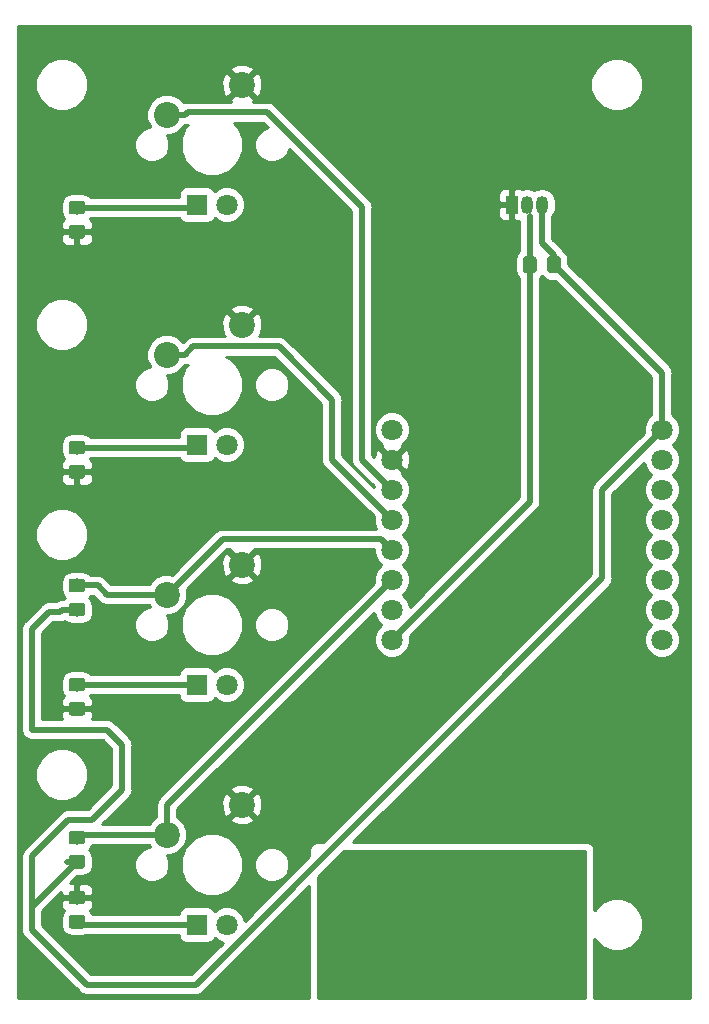
<source format=gtl>
G04 #@! TF.GenerationSoftware,KiCad,Pcbnew,5.0.0-fee4fd1~66~ubuntu16.04.1*
G04 #@! TF.CreationDate,2018-08-10T21:55:03+02:00*
G04 #@! TF.ProjectId,ESP-Cerry,4553502D43657272792E6B696361645F,rev?*
G04 #@! TF.SameCoordinates,Original*
G04 #@! TF.FileFunction,Copper,L1,Top,Signal*
G04 #@! TF.FilePolarity,Positive*
%FSLAX46Y46*%
G04 Gerber Fmt 4.6, Leading zero omitted, Abs format (unit mm)*
G04 Created by KiCad (PCBNEW 5.0.0-fee4fd1~66~ubuntu16.04.1) date Fri Aug 10 21:55:03 2018*
%MOMM*%
%LPD*%
G01*
G04 APERTURE LIST*
G04 #@! TA.AperFunction,ComponentPad*
%ADD10C,1.800000*%
G04 #@! TD*
G04 #@! TA.AperFunction,ComponentPad*
%ADD11R,1.800000X1.800000*%
G04 #@! TD*
G04 #@! TA.AperFunction,Conductor*
%ADD12C,0.100000*%
G04 #@! TD*
G04 #@! TA.AperFunction,SMDPad,CuDef*
%ADD13C,1.150000*%
G04 #@! TD*
G04 #@! TA.AperFunction,ComponentPad*
%ADD14C,2.200000*%
G04 #@! TD*
G04 #@! TA.AperFunction,ComponentPad*
%ADD15O,1.050000X1.500000*%
G04 #@! TD*
G04 #@! TA.AperFunction,ComponentPad*
%ADD16R,1.050000X1.500000*%
G04 #@! TD*
G04 #@! TA.AperFunction,Conductor*
%ADD17C,0.500000*%
G04 #@! TD*
G04 #@! TA.AperFunction,Conductor*
%ADD18C,0.254000*%
G04 #@! TD*
G04 #@! TA.AperFunction,NonConductor*
%ADD19C,0.254000*%
G04 #@! TD*
G04 APERTURE END LIST*
D10*
G04 #@! TO.P,U1,8*
G04 #@! TO.N,Net-(R7-Pad1)*
X165100000Y-74930000D03*
G04 #@! TO.P,U1,7*
G04 #@! TO.N,N/C*
X165100000Y-72390000D03*
G04 #@! TO.P,U1,6*
G04 #@! TO.N,Net-(R2-Pad2)*
X165100000Y-69850000D03*
G04 #@! TO.P,U1,5*
G04 #@! TO.N,Net-(R1-Pad2)*
X165100000Y-67310000D03*
G04 #@! TO.P,U1,4*
G04 #@! TO.N,Net-(SW2-Pad2)*
X165100000Y-64770000D03*
G04 #@! TO.P,U1,3*
G04 #@! TO.N,Net-(SW1-Pad2)*
X165100000Y-62230000D03*
G04 #@! TO.P,U1,2*
G04 #@! TO.N,GND*
X165100000Y-59690000D03*
G04 #@! TO.P,U1,1*
G04 #@! TO.N,N/C*
X165100000Y-57150000D03*
G04 #@! TO.P,U1,16*
G04 #@! TO.N,+3V3*
X187960000Y-57150000D03*
G04 #@! TO.P,U1,15*
G04 #@! TO.N,N/C*
X187960000Y-59690000D03*
G04 #@! TO.P,U1,14*
G04 #@! TO.N,Net-(D1-Pad2)*
X187960000Y-62230000D03*
G04 #@! TO.P,U1,13*
G04 #@! TO.N,Net-(D2-Pad2)*
X187960000Y-64770000D03*
G04 #@! TO.P,U1,12*
G04 #@! TO.N,Net-(D3-Pad2)*
X187960000Y-67310000D03*
G04 #@! TO.P,U1,11*
G04 #@! TO.N,Net-(D4-Pad2)*
X187960000Y-69850000D03*
G04 #@! TO.P,U1,10*
G04 #@! TO.N,N/C*
X187960000Y-72390000D03*
G04 #@! TO.P,U1,9*
X187960000Y-74930000D03*
G04 #@! TD*
G04 #@! TO.P,D1,2*
G04 #@! TO.N,Net-(D1-Pad2)*
X151130000Y-38100000D03*
D11*
G04 #@! TO.P,D1,1*
G04 #@! TO.N,Net-(D1-Pad1)*
X148590000Y-38100000D03*
G04 #@! TD*
G04 #@! TO.P,D2,1*
G04 #@! TO.N,Net-(D2-Pad1)*
X148590000Y-58420000D03*
D10*
G04 #@! TO.P,D2,2*
G04 #@! TO.N,Net-(D2-Pad2)*
X151130000Y-58420000D03*
G04 #@! TD*
G04 #@! TO.P,D3,2*
G04 #@! TO.N,Net-(D3-Pad2)*
X151130000Y-78740000D03*
D11*
G04 #@! TO.P,D3,1*
G04 #@! TO.N,Net-(D3-Pad1)*
X148590000Y-78740000D03*
G04 #@! TD*
G04 #@! TO.P,D4,1*
G04 #@! TO.N,Net-(D4-Pad1)*
X148590000Y-99060000D03*
D10*
G04 #@! TO.P,D4,2*
G04 #@! TO.N,Net-(D4-Pad2)*
X151130000Y-99060000D03*
G04 #@! TD*
D12*
G04 #@! TO.N,+3V3*
G04 #@! TO.C,R1*
G36*
X138904505Y-71816204D02*
X138928773Y-71819804D01*
X138952572Y-71825765D01*
X138975671Y-71834030D01*
X138997850Y-71844520D01*
X139018893Y-71857132D01*
X139038599Y-71871747D01*
X139056777Y-71888223D01*
X139073253Y-71906401D01*
X139087868Y-71926107D01*
X139100480Y-71947150D01*
X139110970Y-71969329D01*
X139119235Y-71992428D01*
X139125196Y-72016227D01*
X139128796Y-72040495D01*
X139130000Y-72064999D01*
X139130000Y-72715001D01*
X139128796Y-72739505D01*
X139125196Y-72763773D01*
X139119235Y-72787572D01*
X139110970Y-72810671D01*
X139100480Y-72832850D01*
X139087868Y-72853893D01*
X139073253Y-72873599D01*
X139056777Y-72891777D01*
X139038599Y-72908253D01*
X139018893Y-72922868D01*
X138997850Y-72935480D01*
X138975671Y-72945970D01*
X138952572Y-72954235D01*
X138928773Y-72960196D01*
X138904505Y-72963796D01*
X138880001Y-72965000D01*
X137979999Y-72965000D01*
X137955495Y-72963796D01*
X137931227Y-72960196D01*
X137907428Y-72954235D01*
X137884329Y-72945970D01*
X137862150Y-72935480D01*
X137841107Y-72922868D01*
X137821401Y-72908253D01*
X137803223Y-72891777D01*
X137786747Y-72873599D01*
X137772132Y-72853893D01*
X137759520Y-72832850D01*
X137749030Y-72810671D01*
X137740765Y-72787572D01*
X137734804Y-72763773D01*
X137731204Y-72739505D01*
X137730000Y-72715001D01*
X137730000Y-72064999D01*
X137731204Y-72040495D01*
X137734804Y-72016227D01*
X137740765Y-71992428D01*
X137749030Y-71969329D01*
X137759520Y-71947150D01*
X137772132Y-71926107D01*
X137786747Y-71906401D01*
X137803223Y-71888223D01*
X137821401Y-71871747D01*
X137841107Y-71857132D01*
X137862150Y-71844520D01*
X137884329Y-71834030D01*
X137907428Y-71825765D01*
X137931227Y-71819804D01*
X137955495Y-71816204D01*
X137979999Y-71815000D01*
X138880001Y-71815000D01*
X138904505Y-71816204D01*
X138904505Y-71816204D01*
G37*
D13*
G04 #@! TD*
G04 #@! TO.P,R1,1*
G04 #@! TO.N,+3V3*
X138430000Y-72390000D03*
D12*
G04 #@! TO.N,Net-(R1-Pad2)*
G04 #@! TO.C,R1*
G36*
X138904505Y-69766204D02*
X138928773Y-69769804D01*
X138952572Y-69775765D01*
X138975671Y-69784030D01*
X138997850Y-69794520D01*
X139018893Y-69807132D01*
X139038599Y-69821747D01*
X139056777Y-69838223D01*
X139073253Y-69856401D01*
X139087868Y-69876107D01*
X139100480Y-69897150D01*
X139110970Y-69919329D01*
X139119235Y-69942428D01*
X139125196Y-69966227D01*
X139128796Y-69990495D01*
X139130000Y-70014999D01*
X139130000Y-70665001D01*
X139128796Y-70689505D01*
X139125196Y-70713773D01*
X139119235Y-70737572D01*
X139110970Y-70760671D01*
X139100480Y-70782850D01*
X139087868Y-70803893D01*
X139073253Y-70823599D01*
X139056777Y-70841777D01*
X139038599Y-70858253D01*
X139018893Y-70872868D01*
X138997850Y-70885480D01*
X138975671Y-70895970D01*
X138952572Y-70904235D01*
X138928773Y-70910196D01*
X138904505Y-70913796D01*
X138880001Y-70915000D01*
X137979999Y-70915000D01*
X137955495Y-70913796D01*
X137931227Y-70910196D01*
X137907428Y-70904235D01*
X137884329Y-70895970D01*
X137862150Y-70885480D01*
X137841107Y-70872868D01*
X137821401Y-70858253D01*
X137803223Y-70841777D01*
X137786747Y-70823599D01*
X137772132Y-70803893D01*
X137759520Y-70782850D01*
X137749030Y-70760671D01*
X137740765Y-70737572D01*
X137734804Y-70713773D01*
X137731204Y-70689505D01*
X137730000Y-70665001D01*
X137730000Y-70014999D01*
X137731204Y-69990495D01*
X137734804Y-69966227D01*
X137740765Y-69942428D01*
X137749030Y-69919329D01*
X137759520Y-69897150D01*
X137772132Y-69876107D01*
X137786747Y-69856401D01*
X137803223Y-69838223D01*
X137821401Y-69821747D01*
X137841107Y-69807132D01*
X137862150Y-69794520D01*
X137884329Y-69784030D01*
X137907428Y-69775765D01*
X137931227Y-69769804D01*
X137955495Y-69766204D01*
X137979999Y-69765000D01*
X138880001Y-69765000D01*
X138904505Y-69766204D01*
X138904505Y-69766204D01*
G37*
D13*
G04 #@! TD*
G04 #@! TO.P,R1,2*
G04 #@! TO.N,Net-(R1-Pad2)*
X138430000Y-70340000D03*
D12*
G04 #@! TO.N,Net-(R2-Pad2)*
G04 #@! TO.C,R2*
G36*
X138904505Y-91111204D02*
X138928773Y-91114804D01*
X138952572Y-91120765D01*
X138975671Y-91129030D01*
X138997850Y-91139520D01*
X139018893Y-91152132D01*
X139038599Y-91166747D01*
X139056777Y-91183223D01*
X139073253Y-91201401D01*
X139087868Y-91221107D01*
X139100480Y-91242150D01*
X139110970Y-91264329D01*
X139119235Y-91287428D01*
X139125196Y-91311227D01*
X139128796Y-91335495D01*
X139130000Y-91359999D01*
X139130000Y-92010001D01*
X139128796Y-92034505D01*
X139125196Y-92058773D01*
X139119235Y-92082572D01*
X139110970Y-92105671D01*
X139100480Y-92127850D01*
X139087868Y-92148893D01*
X139073253Y-92168599D01*
X139056777Y-92186777D01*
X139038599Y-92203253D01*
X139018893Y-92217868D01*
X138997850Y-92230480D01*
X138975671Y-92240970D01*
X138952572Y-92249235D01*
X138928773Y-92255196D01*
X138904505Y-92258796D01*
X138880001Y-92260000D01*
X137979999Y-92260000D01*
X137955495Y-92258796D01*
X137931227Y-92255196D01*
X137907428Y-92249235D01*
X137884329Y-92240970D01*
X137862150Y-92230480D01*
X137841107Y-92217868D01*
X137821401Y-92203253D01*
X137803223Y-92186777D01*
X137786747Y-92168599D01*
X137772132Y-92148893D01*
X137759520Y-92127850D01*
X137749030Y-92105671D01*
X137740765Y-92082572D01*
X137734804Y-92058773D01*
X137731204Y-92034505D01*
X137730000Y-92010001D01*
X137730000Y-91359999D01*
X137731204Y-91335495D01*
X137734804Y-91311227D01*
X137740765Y-91287428D01*
X137749030Y-91264329D01*
X137759520Y-91242150D01*
X137772132Y-91221107D01*
X137786747Y-91201401D01*
X137803223Y-91183223D01*
X137821401Y-91166747D01*
X137841107Y-91152132D01*
X137862150Y-91139520D01*
X137884329Y-91129030D01*
X137907428Y-91120765D01*
X137931227Y-91114804D01*
X137955495Y-91111204D01*
X137979999Y-91110000D01*
X138880001Y-91110000D01*
X138904505Y-91111204D01*
X138904505Y-91111204D01*
G37*
D13*
G04 #@! TD*
G04 #@! TO.P,R2,2*
G04 #@! TO.N,Net-(R2-Pad2)*
X138430000Y-91685000D03*
D12*
G04 #@! TO.N,+3V3*
G04 #@! TO.C,R2*
G36*
X138904505Y-93161204D02*
X138928773Y-93164804D01*
X138952572Y-93170765D01*
X138975671Y-93179030D01*
X138997850Y-93189520D01*
X139018893Y-93202132D01*
X139038599Y-93216747D01*
X139056777Y-93233223D01*
X139073253Y-93251401D01*
X139087868Y-93271107D01*
X139100480Y-93292150D01*
X139110970Y-93314329D01*
X139119235Y-93337428D01*
X139125196Y-93361227D01*
X139128796Y-93385495D01*
X139130000Y-93409999D01*
X139130000Y-94060001D01*
X139128796Y-94084505D01*
X139125196Y-94108773D01*
X139119235Y-94132572D01*
X139110970Y-94155671D01*
X139100480Y-94177850D01*
X139087868Y-94198893D01*
X139073253Y-94218599D01*
X139056777Y-94236777D01*
X139038599Y-94253253D01*
X139018893Y-94267868D01*
X138997850Y-94280480D01*
X138975671Y-94290970D01*
X138952572Y-94299235D01*
X138928773Y-94305196D01*
X138904505Y-94308796D01*
X138880001Y-94310000D01*
X137979999Y-94310000D01*
X137955495Y-94308796D01*
X137931227Y-94305196D01*
X137907428Y-94299235D01*
X137884329Y-94290970D01*
X137862150Y-94280480D01*
X137841107Y-94267868D01*
X137821401Y-94253253D01*
X137803223Y-94236777D01*
X137786747Y-94218599D01*
X137772132Y-94198893D01*
X137759520Y-94177850D01*
X137749030Y-94155671D01*
X137740765Y-94132572D01*
X137734804Y-94108773D01*
X137731204Y-94084505D01*
X137730000Y-94060001D01*
X137730000Y-93409999D01*
X137731204Y-93385495D01*
X137734804Y-93361227D01*
X137740765Y-93337428D01*
X137749030Y-93314329D01*
X137759520Y-93292150D01*
X137772132Y-93271107D01*
X137786747Y-93251401D01*
X137803223Y-93233223D01*
X137821401Y-93216747D01*
X137841107Y-93202132D01*
X137862150Y-93189520D01*
X137884329Y-93179030D01*
X137907428Y-93170765D01*
X137931227Y-93164804D01*
X137955495Y-93161204D01*
X137979999Y-93160000D01*
X138880001Y-93160000D01*
X138904505Y-93161204D01*
X138904505Y-93161204D01*
G37*
D13*
G04 #@! TD*
G04 #@! TO.P,R2,1*
G04 #@! TO.N,+3V3*
X138430000Y-93735000D03*
D12*
G04 #@! TO.N,GND*
G04 #@! TO.C,R3*
G36*
X138904505Y-39821204D02*
X138928773Y-39824804D01*
X138952572Y-39830765D01*
X138975671Y-39839030D01*
X138997850Y-39849520D01*
X139018893Y-39862132D01*
X139038599Y-39876747D01*
X139056777Y-39893223D01*
X139073253Y-39911401D01*
X139087868Y-39931107D01*
X139100480Y-39952150D01*
X139110970Y-39974329D01*
X139119235Y-39997428D01*
X139125196Y-40021227D01*
X139128796Y-40045495D01*
X139130000Y-40069999D01*
X139130000Y-40720001D01*
X139128796Y-40744505D01*
X139125196Y-40768773D01*
X139119235Y-40792572D01*
X139110970Y-40815671D01*
X139100480Y-40837850D01*
X139087868Y-40858893D01*
X139073253Y-40878599D01*
X139056777Y-40896777D01*
X139038599Y-40913253D01*
X139018893Y-40927868D01*
X138997850Y-40940480D01*
X138975671Y-40950970D01*
X138952572Y-40959235D01*
X138928773Y-40965196D01*
X138904505Y-40968796D01*
X138880001Y-40970000D01*
X137979999Y-40970000D01*
X137955495Y-40968796D01*
X137931227Y-40965196D01*
X137907428Y-40959235D01*
X137884329Y-40950970D01*
X137862150Y-40940480D01*
X137841107Y-40927868D01*
X137821401Y-40913253D01*
X137803223Y-40896777D01*
X137786747Y-40878599D01*
X137772132Y-40858893D01*
X137759520Y-40837850D01*
X137749030Y-40815671D01*
X137740765Y-40792572D01*
X137734804Y-40768773D01*
X137731204Y-40744505D01*
X137730000Y-40720001D01*
X137730000Y-40069999D01*
X137731204Y-40045495D01*
X137734804Y-40021227D01*
X137740765Y-39997428D01*
X137749030Y-39974329D01*
X137759520Y-39952150D01*
X137772132Y-39931107D01*
X137786747Y-39911401D01*
X137803223Y-39893223D01*
X137821401Y-39876747D01*
X137841107Y-39862132D01*
X137862150Y-39849520D01*
X137884329Y-39839030D01*
X137907428Y-39830765D01*
X137931227Y-39824804D01*
X137955495Y-39821204D01*
X137979999Y-39820000D01*
X138880001Y-39820000D01*
X138904505Y-39821204D01*
X138904505Y-39821204D01*
G37*
D13*
G04 #@! TD*
G04 #@! TO.P,R3,1*
G04 #@! TO.N,GND*
X138430000Y-40395000D03*
D12*
G04 #@! TO.N,Net-(D1-Pad1)*
G04 #@! TO.C,R3*
G36*
X138904505Y-37771204D02*
X138928773Y-37774804D01*
X138952572Y-37780765D01*
X138975671Y-37789030D01*
X138997850Y-37799520D01*
X139018893Y-37812132D01*
X139038599Y-37826747D01*
X139056777Y-37843223D01*
X139073253Y-37861401D01*
X139087868Y-37881107D01*
X139100480Y-37902150D01*
X139110970Y-37924329D01*
X139119235Y-37947428D01*
X139125196Y-37971227D01*
X139128796Y-37995495D01*
X139130000Y-38019999D01*
X139130000Y-38670001D01*
X139128796Y-38694505D01*
X139125196Y-38718773D01*
X139119235Y-38742572D01*
X139110970Y-38765671D01*
X139100480Y-38787850D01*
X139087868Y-38808893D01*
X139073253Y-38828599D01*
X139056777Y-38846777D01*
X139038599Y-38863253D01*
X139018893Y-38877868D01*
X138997850Y-38890480D01*
X138975671Y-38900970D01*
X138952572Y-38909235D01*
X138928773Y-38915196D01*
X138904505Y-38918796D01*
X138880001Y-38920000D01*
X137979999Y-38920000D01*
X137955495Y-38918796D01*
X137931227Y-38915196D01*
X137907428Y-38909235D01*
X137884329Y-38900970D01*
X137862150Y-38890480D01*
X137841107Y-38877868D01*
X137821401Y-38863253D01*
X137803223Y-38846777D01*
X137786747Y-38828599D01*
X137772132Y-38808893D01*
X137759520Y-38787850D01*
X137749030Y-38765671D01*
X137740765Y-38742572D01*
X137734804Y-38718773D01*
X137731204Y-38694505D01*
X137730000Y-38670001D01*
X137730000Y-38019999D01*
X137731204Y-37995495D01*
X137734804Y-37971227D01*
X137740765Y-37947428D01*
X137749030Y-37924329D01*
X137759520Y-37902150D01*
X137772132Y-37881107D01*
X137786747Y-37861401D01*
X137803223Y-37843223D01*
X137821401Y-37826747D01*
X137841107Y-37812132D01*
X137862150Y-37799520D01*
X137884329Y-37789030D01*
X137907428Y-37780765D01*
X137931227Y-37774804D01*
X137955495Y-37771204D01*
X137979999Y-37770000D01*
X138880001Y-37770000D01*
X138904505Y-37771204D01*
X138904505Y-37771204D01*
G37*
D13*
G04 #@! TD*
G04 #@! TO.P,R3,2*
G04 #@! TO.N,Net-(D1-Pad1)*
X138430000Y-38345000D03*
D12*
G04 #@! TO.N,Net-(D2-Pad1)*
G04 #@! TO.C,R4*
G36*
X138904505Y-58091204D02*
X138928773Y-58094804D01*
X138952572Y-58100765D01*
X138975671Y-58109030D01*
X138997850Y-58119520D01*
X139018893Y-58132132D01*
X139038599Y-58146747D01*
X139056777Y-58163223D01*
X139073253Y-58181401D01*
X139087868Y-58201107D01*
X139100480Y-58222150D01*
X139110970Y-58244329D01*
X139119235Y-58267428D01*
X139125196Y-58291227D01*
X139128796Y-58315495D01*
X139130000Y-58339999D01*
X139130000Y-58990001D01*
X139128796Y-59014505D01*
X139125196Y-59038773D01*
X139119235Y-59062572D01*
X139110970Y-59085671D01*
X139100480Y-59107850D01*
X139087868Y-59128893D01*
X139073253Y-59148599D01*
X139056777Y-59166777D01*
X139038599Y-59183253D01*
X139018893Y-59197868D01*
X138997850Y-59210480D01*
X138975671Y-59220970D01*
X138952572Y-59229235D01*
X138928773Y-59235196D01*
X138904505Y-59238796D01*
X138880001Y-59240000D01*
X137979999Y-59240000D01*
X137955495Y-59238796D01*
X137931227Y-59235196D01*
X137907428Y-59229235D01*
X137884329Y-59220970D01*
X137862150Y-59210480D01*
X137841107Y-59197868D01*
X137821401Y-59183253D01*
X137803223Y-59166777D01*
X137786747Y-59148599D01*
X137772132Y-59128893D01*
X137759520Y-59107850D01*
X137749030Y-59085671D01*
X137740765Y-59062572D01*
X137734804Y-59038773D01*
X137731204Y-59014505D01*
X137730000Y-58990001D01*
X137730000Y-58339999D01*
X137731204Y-58315495D01*
X137734804Y-58291227D01*
X137740765Y-58267428D01*
X137749030Y-58244329D01*
X137759520Y-58222150D01*
X137772132Y-58201107D01*
X137786747Y-58181401D01*
X137803223Y-58163223D01*
X137821401Y-58146747D01*
X137841107Y-58132132D01*
X137862150Y-58119520D01*
X137884329Y-58109030D01*
X137907428Y-58100765D01*
X137931227Y-58094804D01*
X137955495Y-58091204D01*
X137979999Y-58090000D01*
X138880001Y-58090000D01*
X138904505Y-58091204D01*
X138904505Y-58091204D01*
G37*
D13*
G04 #@! TD*
G04 #@! TO.P,R4,2*
G04 #@! TO.N,Net-(D2-Pad1)*
X138430000Y-58665000D03*
D12*
G04 #@! TO.N,GND*
G04 #@! TO.C,R4*
G36*
X138904505Y-60141204D02*
X138928773Y-60144804D01*
X138952572Y-60150765D01*
X138975671Y-60159030D01*
X138997850Y-60169520D01*
X139018893Y-60182132D01*
X139038599Y-60196747D01*
X139056777Y-60213223D01*
X139073253Y-60231401D01*
X139087868Y-60251107D01*
X139100480Y-60272150D01*
X139110970Y-60294329D01*
X139119235Y-60317428D01*
X139125196Y-60341227D01*
X139128796Y-60365495D01*
X139130000Y-60389999D01*
X139130000Y-61040001D01*
X139128796Y-61064505D01*
X139125196Y-61088773D01*
X139119235Y-61112572D01*
X139110970Y-61135671D01*
X139100480Y-61157850D01*
X139087868Y-61178893D01*
X139073253Y-61198599D01*
X139056777Y-61216777D01*
X139038599Y-61233253D01*
X139018893Y-61247868D01*
X138997850Y-61260480D01*
X138975671Y-61270970D01*
X138952572Y-61279235D01*
X138928773Y-61285196D01*
X138904505Y-61288796D01*
X138880001Y-61290000D01*
X137979999Y-61290000D01*
X137955495Y-61288796D01*
X137931227Y-61285196D01*
X137907428Y-61279235D01*
X137884329Y-61270970D01*
X137862150Y-61260480D01*
X137841107Y-61247868D01*
X137821401Y-61233253D01*
X137803223Y-61216777D01*
X137786747Y-61198599D01*
X137772132Y-61178893D01*
X137759520Y-61157850D01*
X137749030Y-61135671D01*
X137740765Y-61112572D01*
X137734804Y-61088773D01*
X137731204Y-61064505D01*
X137730000Y-61040001D01*
X137730000Y-60389999D01*
X137731204Y-60365495D01*
X137734804Y-60341227D01*
X137740765Y-60317428D01*
X137749030Y-60294329D01*
X137759520Y-60272150D01*
X137772132Y-60251107D01*
X137786747Y-60231401D01*
X137803223Y-60213223D01*
X137821401Y-60196747D01*
X137841107Y-60182132D01*
X137862150Y-60169520D01*
X137884329Y-60159030D01*
X137907428Y-60150765D01*
X137931227Y-60144804D01*
X137955495Y-60141204D01*
X137979999Y-60140000D01*
X138880001Y-60140000D01*
X138904505Y-60141204D01*
X138904505Y-60141204D01*
G37*
D13*
G04 #@! TD*
G04 #@! TO.P,R4,1*
G04 #@! TO.N,GND*
X138430000Y-60715000D03*
D12*
G04 #@! TO.N,GND*
G04 #@! TO.C,R5*
G36*
X138904505Y-80216204D02*
X138928773Y-80219804D01*
X138952572Y-80225765D01*
X138975671Y-80234030D01*
X138997850Y-80244520D01*
X139018893Y-80257132D01*
X139038599Y-80271747D01*
X139056777Y-80288223D01*
X139073253Y-80306401D01*
X139087868Y-80326107D01*
X139100480Y-80347150D01*
X139110970Y-80369329D01*
X139119235Y-80392428D01*
X139125196Y-80416227D01*
X139128796Y-80440495D01*
X139130000Y-80464999D01*
X139130000Y-81115001D01*
X139128796Y-81139505D01*
X139125196Y-81163773D01*
X139119235Y-81187572D01*
X139110970Y-81210671D01*
X139100480Y-81232850D01*
X139087868Y-81253893D01*
X139073253Y-81273599D01*
X139056777Y-81291777D01*
X139038599Y-81308253D01*
X139018893Y-81322868D01*
X138997850Y-81335480D01*
X138975671Y-81345970D01*
X138952572Y-81354235D01*
X138928773Y-81360196D01*
X138904505Y-81363796D01*
X138880001Y-81365000D01*
X137979999Y-81365000D01*
X137955495Y-81363796D01*
X137931227Y-81360196D01*
X137907428Y-81354235D01*
X137884329Y-81345970D01*
X137862150Y-81335480D01*
X137841107Y-81322868D01*
X137821401Y-81308253D01*
X137803223Y-81291777D01*
X137786747Y-81273599D01*
X137772132Y-81253893D01*
X137759520Y-81232850D01*
X137749030Y-81210671D01*
X137740765Y-81187572D01*
X137734804Y-81163773D01*
X137731204Y-81139505D01*
X137730000Y-81115001D01*
X137730000Y-80464999D01*
X137731204Y-80440495D01*
X137734804Y-80416227D01*
X137740765Y-80392428D01*
X137749030Y-80369329D01*
X137759520Y-80347150D01*
X137772132Y-80326107D01*
X137786747Y-80306401D01*
X137803223Y-80288223D01*
X137821401Y-80271747D01*
X137841107Y-80257132D01*
X137862150Y-80244520D01*
X137884329Y-80234030D01*
X137907428Y-80225765D01*
X137931227Y-80219804D01*
X137955495Y-80216204D01*
X137979999Y-80215000D01*
X138880001Y-80215000D01*
X138904505Y-80216204D01*
X138904505Y-80216204D01*
G37*
D13*
G04 #@! TD*
G04 #@! TO.P,R5,1*
G04 #@! TO.N,GND*
X138430000Y-80790000D03*
D12*
G04 #@! TO.N,Net-(D3-Pad1)*
G04 #@! TO.C,R5*
G36*
X138904505Y-78166204D02*
X138928773Y-78169804D01*
X138952572Y-78175765D01*
X138975671Y-78184030D01*
X138997850Y-78194520D01*
X139018893Y-78207132D01*
X139038599Y-78221747D01*
X139056777Y-78238223D01*
X139073253Y-78256401D01*
X139087868Y-78276107D01*
X139100480Y-78297150D01*
X139110970Y-78319329D01*
X139119235Y-78342428D01*
X139125196Y-78366227D01*
X139128796Y-78390495D01*
X139130000Y-78414999D01*
X139130000Y-79065001D01*
X139128796Y-79089505D01*
X139125196Y-79113773D01*
X139119235Y-79137572D01*
X139110970Y-79160671D01*
X139100480Y-79182850D01*
X139087868Y-79203893D01*
X139073253Y-79223599D01*
X139056777Y-79241777D01*
X139038599Y-79258253D01*
X139018893Y-79272868D01*
X138997850Y-79285480D01*
X138975671Y-79295970D01*
X138952572Y-79304235D01*
X138928773Y-79310196D01*
X138904505Y-79313796D01*
X138880001Y-79315000D01*
X137979999Y-79315000D01*
X137955495Y-79313796D01*
X137931227Y-79310196D01*
X137907428Y-79304235D01*
X137884329Y-79295970D01*
X137862150Y-79285480D01*
X137841107Y-79272868D01*
X137821401Y-79258253D01*
X137803223Y-79241777D01*
X137786747Y-79223599D01*
X137772132Y-79203893D01*
X137759520Y-79182850D01*
X137749030Y-79160671D01*
X137740765Y-79137572D01*
X137734804Y-79113773D01*
X137731204Y-79089505D01*
X137730000Y-79065001D01*
X137730000Y-78414999D01*
X137731204Y-78390495D01*
X137734804Y-78366227D01*
X137740765Y-78342428D01*
X137749030Y-78319329D01*
X137759520Y-78297150D01*
X137772132Y-78276107D01*
X137786747Y-78256401D01*
X137803223Y-78238223D01*
X137821401Y-78221747D01*
X137841107Y-78207132D01*
X137862150Y-78194520D01*
X137884329Y-78184030D01*
X137907428Y-78175765D01*
X137931227Y-78169804D01*
X137955495Y-78166204D01*
X137979999Y-78165000D01*
X138880001Y-78165000D01*
X138904505Y-78166204D01*
X138904505Y-78166204D01*
G37*
D13*
G04 #@! TD*
G04 #@! TO.P,R5,2*
G04 #@! TO.N,Net-(D3-Pad1)*
X138430000Y-78740000D03*
D12*
G04 #@! TO.N,Net-(D4-Pad1)*
G04 #@! TO.C,R6*
G36*
X138904505Y-98241204D02*
X138928773Y-98244804D01*
X138952572Y-98250765D01*
X138975671Y-98259030D01*
X138997850Y-98269520D01*
X139018893Y-98282132D01*
X139038599Y-98296747D01*
X139056777Y-98313223D01*
X139073253Y-98331401D01*
X139087868Y-98351107D01*
X139100480Y-98372150D01*
X139110970Y-98394329D01*
X139119235Y-98417428D01*
X139125196Y-98441227D01*
X139128796Y-98465495D01*
X139130000Y-98489999D01*
X139130000Y-99140001D01*
X139128796Y-99164505D01*
X139125196Y-99188773D01*
X139119235Y-99212572D01*
X139110970Y-99235671D01*
X139100480Y-99257850D01*
X139087868Y-99278893D01*
X139073253Y-99298599D01*
X139056777Y-99316777D01*
X139038599Y-99333253D01*
X139018893Y-99347868D01*
X138997850Y-99360480D01*
X138975671Y-99370970D01*
X138952572Y-99379235D01*
X138928773Y-99385196D01*
X138904505Y-99388796D01*
X138880001Y-99390000D01*
X137979999Y-99390000D01*
X137955495Y-99388796D01*
X137931227Y-99385196D01*
X137907428Y-99379235D01*
X137884329Y-99370970D01*
X137862150Y-99360480D01*
X137841107Y-99347868D01*
X137821401Y-99333253D01*
X137803223Y-99316777D01*
X137786747Y-99298599D01*
X137772132Y-99278893D01*
X137759520Y-99257850D01*
X137749030Y-99235671D01*
X137740765Y-99212572D01*
X137734804Y-99188773D01*
X137731204Y-99164505D01*
X137730000Y-99140001D01*
X137730000Y-98489999D01*
X137731204Y-98465495D01*
X137734804Y-98441227D01*
X137740765Y-98417428D01*
X137749030Y-98394329D01*
X137759520Y-98372150D01*
X137772132Y-98351107D01*
X137786747Y-98331401D01*
X137803223Y-98313223D01*
X137821401Y-98296747D01*
X137841107Y-98282132D01*
X137862150Y-98269520D01*
X137884329Y-98259030D01*
X137907428Y-98250765D01*
X137931227Y-98244804D01*
X137955495Y-98241204D01*
X137979999Y-98240000D01*
X138880001Y-98240000D01*
X138904505Y-98241204D01*
X138904505Y-98241204D01*
G37*
D13*
G04 #@! TD*
G04 #@! TO.P,R6,2*
G04 #@! TO.N,Net-(D4-Pad1)*
X138430000Y-98815000D03*
D12*
G04 #@! TO.N,GND*
G04 #@! TO.C,R6*
G36*
X138904505Y-96191204D02*
X138928773Y-96194804D01*
X138952572Y-96200765D01*
X138975671Y-96209030D01*
X138997850Y-96219520D01*
X139018893Y-96232132D01*
X139038599Y-96246747D01*
X139056777Y-96263223D01*
X139073253Y-96281401D01*
X139087868Y-96301107D01*
X139100480Y-96322150D01*
X139110970Y-96344329D01*
X139119235Y-96367428D01*
X139125196Y-96391227D01*
X139128796Y-96415495D01*
X139130000Y-96439999D01*
X139130000Y-97090001D01*
X139128796Y-97114505D01*
X139125196Y-97138773D01*
X139119235Y-97162572D01*
X139110970Y-97185671D01*
X139100480Y-97207850D01*
X139087868Y-97228893D01*
X139073253Y-97248599D01*
X139056777Y-97266777D01*
X139038599Y-97283253D01*
X139018893Y-97297868D01*
X138997850Y-97310480D01*
X138975671Y-97320970D01*
X138952572Y-97329235D01*
X138928773Y-97335196D01*
X138904505Y-97338796D01*
X138880001Y-97340000D01*
X137979999Y-97340000D01*
X137955495Y-97338796D01*
X137931227Y-97335196D01*
X137907428Y-97329235D01*
X137884329Y-97320970D01*
X137862150Y-97310480D01*
X137841107Y-97297868D01*
X137821401Y-97283253D01*
X137803223Y-97266777D01*
X137786747Y-97248599D01*
X137772132Y-97228893D01*
X137759520Y-97207850D01*
X137749030Y-97185671D01*
X137740765Y-97162572D01*
X137734804Y-97138773D01*
X137731204Y-97114505D01*
X137730000Y-97090001D01*
X137730000Y-96439999D01*
X137731204Y-96415495D01*
X137734804Y-96391227D01*
X137740765Y-96367428D01*
X137749030Y-96344329D01*
X137759520Y-96322150D01*
X137772132Y-96301107D01*
X137786747Y-96281401D01*
X137803223Y-96263223D01*
X137821401Y-96246747D01*
X137841107Y-96232132D01*
X137862150Y-96219520D01*
X137884329Y-96209030D01*
X137907428Y-96200765D01*
X137931227Y-96194804D01*
X137955495Y-96191204D01*
X137979999Y-96190000D01*
X138880001Y-96190000D01*
X138904505Y-96191204D01*
X138904505Y-96191204D01*
G37*
D13*
G04 #@! TD*
G04 #@! TO.P,R6,1*
G04 #@! TO.N,GND*
X138430000Y-96765000D03*
D14*
G04 #@! TO.P,SW1,1*
G04 #@! TO.N,GND*
X152400000Y-27940000D03*
G04 #@! TO.P,SW1,2*
G04 #@! TO.N,Net-(SW1-Pad2)*
X146050000Y-30480000D03*
G04 #@! TD*
G04 #@! TO.P,SW2,2*
G04 #@! TO.N,Net-(SW2-Pad2)*
X146050000Y-50800000D03*
G04 #@! TO.P,SW2,1*
G04 #@! TO.N,GND*
X152400000Y-48260000D03*
G04 #@! TD*
G04 #@! TO.P,SW3,1*
G04 #@! TO.N,GND*
X152400000Y-68580000D03*
G04 #@! TO.P,SW3,2*
G04 #@! TO.N,Net-(R1-Pad2)*
X146050000Y-71120000D03*
G04 #@! TD*
G04 #@! TO.P,SW4,2*
G04 #@! TO.N,Net-(R2-Pad2)*
X146050000Y-91440000D03*
G04 #@! TO.P,SW4,1*
G04 #@! TO.N,GND*
X152400000Y-88900000D03*
G04 #@! TD*
D12*
G04 #@! TO.N,Net-(R7-Pad1)*
G04 #@! TO.C,R7*
G36*
X177124505Y-42481204D02*
X177148773Y-42484804D01*
X177172572Y-42490765D01*
X177195671Y-42499030D01*
X177217850Y-42509520D01*
X177238893Y-42522132D01*
X177258599Y-42536747D01*
X177276777Y-42553223D01*
X177293253Y-42571401D01*
X177307868Y-42591107D01*
X177320480Y-42612150D01*
X177330970Y-42634329D01*
X177339235Y-42657428D01*
X177345196Y-42681227D01*
X177348796Y-42705495D01*
X177350000Y-42729999D01*
X177350000Y-43630001D01*
X177348796Y-43654505D01*
X177345196Y-43678773D01*
X177339235Y-43702572D01*
X177330970Y-43725671D01*
X177320480Y-43747850D01*
X177307868Y-43768893D01*
X177293253Y-43788599D01*
X177276777Y-43806777D01*
X177258599Y-43823253D01*
X177238893Y-43837868D01*
X177217850Y-43850480D01*
X177195671Y-43860970D01*
X177172572Y-43869235D01*
X177148773Y-43875196D01*
X177124505Y-43878796D01*
X177100001Y-43880000D01*
X176449999Y-43880000D01*
X176425495Y-43878796D01*
X176401227Y-43875196D01*
X176377428Y-43869235D01*
X176354329Y-43860970D01*
X176332150Y-43850480D01*
X176311107Y-43837868D01*
X176291401Y-43823253D01*
X176273223Y-43806777D01*
X176256747Y-43788599D01*
X176242132Y-43768893D01*
X176229520Y-43747850D01*
X176219030Y-43725671D01*
X176210765Y-43702572D01*
X176204804Y-43678773D01*
X176201204Y-43654505D01*
X176200000Y-43630001D01*
X176200000Y-42729999D01*
X176201204Y-42705495D01*
X176204804Y-42681227D01*
X176210765Y-42657428D01*
X176219030Y-42634329D01*
X176229520Y-42612150D01*
X176242132Y-42591107D01*
X176256747Y-42571401D01*
X176273223Y-42553223D01*
X176291401Y-42536747D01*
X176311107Y-42522132D01*
X176332150Y-42509520D01*
X176354329Y-42499030D01*
X176377428Y-42490765D01*
X176401227Y-42484804D01*
X176425495Y-42481204D01*
X176449999Y-42480000D01*
X177100001Y-42480000D01*
X177124505Y-42481204D01*
X177124505Y-42481204D01*
G37*
D13*
G04 #@! TD*
G04 #@! TO.P,R7,1*
G04 #@! TO.N,Net-(R7-Pad1)*
X176775000Y-43180000D03*
D12*
G04 #@! TO.N,+3V3*
G04 #@! TO.C,R7*
G36*
X179174505Y-42481204D02*
X179198773Y-42484804D01*
X179222572Y-42490765D01*
X179245671Y-42499030D01*
X179267850Y-42509520D01*
X179288893Y-42522132D01*
X179308599Y-42536747D01*
X179326777Y-42553223D01*
X179343253Y-42571401D01*
X179357868Y-42591107D01*
X179370480Y-42612150D01*
X179380970Y-42634329D01*
X179389235Y-42657428D01*
X179395196Y-42681227D01*
X179398796Y-42705495D01*
X179400000Y-42729999D01*
X179400000Y-43630001D01*
X179398796Y-43654505D01*
X179395196Y-43678773D01*
X179389235Y-43702572D01*
X179380970Y-43725671D01*
X179370480Y-43747850D01*
X179357868Y-43768893D01*
X179343253Y-43788599D01*
X179326777Y-43806777D01*
X179308599Y-43823253D01*
X179288893Y-43837868D01*
X179267850Y-43850480D01*
X179245671Y-43860970D01*
X179222572Y-43869235D01*
X179198773Y-43875196D01*
X179174505Y-43878796D01*
X179150001Y-43880000D01*
X178499999Y-43880000D01*
X178475495Y-43878796D01*
X178451227Y-43875196D01*
X178427428Y-43869235D01*
X178404329Y-43860970D01*
X178382150Y-43850480D01*
X178361107Y-43837868D01*
X178341401Y-43823253D01*
X178323223Y-43806777D01*
X178306747Y-43788599D01*
X178292132Y-43768893D01*
X178279520Y-43747850D01*
X178269030Y-43725671D01*
X178260765Y-43702572D01*
X178254804Y-43678773D01*
X178251204Y-43654505D01*
X178250000Y-43630001D01*
X178250000Y-42729999D01*
X178251204Y-42705495D01*
X178254804Y-42681227D01*
X178260765Y-42657428D01*
X178269030Y-42634329D01*
X178279520Y-42612150D01*
X178292132Y-42591107D01*
X178306747Y-42571401D01*
X178323223Y-42553223D01*
X178341401Y-42536747D01*
X178361107Y-42522132D01*
X178382150Y-42509520D01*
X178404329Y-42499030D01*
X178427428Y-42490765D01*
X178451227Y-42484804D01*
X178475495Y-42481204D01*
X178499999Y-42480000D01*
X179150001Y-42480000D01*
X179174505Y-42481204D01*
X179174505Y-42481204D01*
G37*
D13*
G04 #@! TD*
G04 #@! TO.P,R7,2*
G04 #@! TO.N,+3V3*
X178825000Y-43180000D03*
D15*
G04 #@! TO.P,U2,2*
G04 #@! TO.N,Net-(R7-Pad1)*
X176530000Y-38100000D03*
G04 #@! TO.P,U2,3*
G04 #@! TO.N,+3V3*
X177800000Y-38100000D03*
D16*
G04 #@! TO.P,U2,1*
G04 #@! TO.N,GND*
X175260000Y-38100000D03*
G04 #@! TD*
D17*
G04 #@! TO.N,Net-(D1-Pad1)*
X148345000Y-38345000D02*
X148590000Y-38100000D01*
X138430000Y-38345000D02*
X148345000Y-38345000D01*
G04 #@! TO.N,Net-(D2-Pad1)*
X148345000Y-58665000D02*
X148590000Y-58420000D01*
X138430000Y-58665000D02*
X148345000Y-58665000D01*
G04 #@! TO.N,Net-(D3-Pad1)*
X138430000Y-78740000D02*
X148590000Y-78740000D01*
G04 #@! TO.N,Net-(D4-Pad1)*
X138430000Y-99060000D02*
X148590000Y-99060000D01*
G04 #@! TO.N,+3V3*
X138430000Y-72390000D02*
X137160000Y-72390000D01*
X136979990Y-72570010D02*
X136070010Y-72570010D01*
X137160000Y-72390000D02*
X136979990Y-72570010D01*
X136070010Y-72570010D02*
X134620000Y-74020020D01*
X148492002Y-104140000D02*
X182880000Y-69752002D01*
X139270770Y-104140000D02*
X148492002Y-104140000D01*
X182880000Y-62230000D02*
X187960000Y-57150000D01*
X182880000Y-69752002D02*
X182880000Y-62230000D01*
X136730770Y-101600000D02*
X139270770Y-104140000D01*
X135890000Y-100759230D02*
X136730770Y-101600000D01*
X135890000Y-91995000D02*
X137715000Y-90170000D01*
X137715000Y-90170000D02*
X139700000Y-90170000D01*
X139700000Y-90170000D02*
X142240000Y-87630000D01*
X142240000Y-87630000D02*
X142240000Y-83820000D01*
X140970000Y-82550000D02*
X134620000Y-82550000D01*
X142240000Y-83820000D02*
X140970000Y-82550000D01*
X134620000Y-74020020D02*
X134620000Y-82550000D01*
X134620000Y-93265000D02*
X135890000Y-91995000D01*
X134620000Y-99489230D02*
X134620000Y-93265000D01*
X136730770Y-101600000D02*
X134620000Y-99489230D01*
X138430000Y-93735000D02*
X134620000Y-97545000D01*
X138430000Y-93735000D02*
X137630000Y-93735000D01*
X177805010Y-38853126D02*
X177805010Y-38100000D01*
X177805010Y-41360010D02*
X177805010Y-38853126D01*
X178825000Y-42380000D02*
X177805010Y-41360010D01*
X178825000Y-43180000D02*
X178825000Y-42380000D01*
X187960000Y-52315000D02*
X178825000Y-43180000D01*
X187960000Y-57150000D02*
X187960000Y-52315000D01*
G04 #@! TO.N,Net-(R1-Pad2)*
X147149999Y-70020001D02*
X146050000Y-71120000D01*
X150759999Y-66410001D02*
X147149999Y-70020001D01*
X164200001Y-66410001D02*
X150759999Y-66410001D01*
X165100000Y-67310000D02*
X164200001Y-66410001D01*
X146050000Y-71120000D02*
X140970000Y-71120000D01*
X140190000Y-70340000D02*
X138430000Y-70340000D01*
X140970000Y-71120000D02*
X140190000Y-70340000D01*
G04 #@! TO.N,Net-(R2-Pad2)*
X146050000Y-88900000D02*
X165100000Y-69850000D01*
X146050000Y-91440000D02*
X146050000Y-88900000D01*
X138675000Y-91440000D02*
X138430000Y-91685000D01*
X146050000Y-91440000D02*
X138675000Y-91440000D01*
G04 #@! TO.N,Net-(SW1-Pad2)*
X165100000Y-62230000D02*
X162560000Y-59690000D01*
X147605634Y-30480000D02*
X146050000Y-30480000D01*
X154558001Y-30269999D02*
X147815635Y-30269999D01*
X162560000Y-38271998D02*
X154558001Y-30269999D01*
X147815635Y-30269999D02*
X147605634Y-30480000D01*
X162560000Y-59690000D02*
X162560000Y-38271998D01*
G04 #@! TO.N,Net-(SW2-Pad2)*
X147605634Y-50800000D02*
X146050000Y-50800000D01*
X148295633Y-50110001D02*
X147605634Y-50800000D01*
X165100000Y-64770000D02*
X160020000Y-59690000D01*
X160020000Y-54610000D02*
X155520001Y-50110001D01*
X160020000Y-59690000D02*
X160020000Y-54610000D01*
X155520001Y-50110001D02*
X148295633Y-50110001D01*
G04 #@! TO.N,Net-(R7-Pad1)*
X176775000Y-63255000D02*
X176775000Y-43180000D01*
X165100000Y-74930000D02*
X176775000Y-63255000D01*
X176775000Y-43180000D02*
X176775000Y-39103136D01*
G04 #@! TD*
D18*
G04 #@! TO.N,GND*
G36*
X190373000Y-105283000D02*
X182245000Y-105283000D01*
X182245000Y-100301259D01*
X182255259Y-100326026D01*
X182883974Y-100954741D01*
X183705431Y-101295000D01*
X184594569Y-101295000D01*
X185416026Y-100954741D01*
X186044741Y-100326026D01*
X186385000Y-99504569D01*
X186385000Y-98615431D01*
X186044741Y-97793974D01*
X185416026Y-97165259D01*
X184594569Y-96825000D01*
X183705431Y-96825000D01*
X182883974Y-97165259D01*
X182255259Y-97793974D01*
X182245000Y-97818741D01*
X182245000Y-92710000D01*
X182196664Y-92466996D01*
X182059013Y-92260987D01*
X181853004Y-92123336D01*
X181610000Y-92075000D01*
X161808580Y-92075000D01*
X183444157Y-70439424D01*
X183518049Y-70390051D01*
X183713652Y-70097312D01*
X183765000Y-69839167D01*
X183765000Y-69839163D01*
X183782337Y-69752003D01*
X183765000Y-69664843D01*
X183765000Y-62596578D01*
X186425000Y-59936579D01*
X186425000Y-59995330D01*
X186658690Y-60559507D01*
X187059183Y-60960000D01*
X186658690Y-61360493D01*
X186425000Y-61924670D01*
X186425000Y-62535330D01*
X186658690Y-63099507D01*
X187059183Y-63500000D01*
X186658690Y-63900493D01*
X186425000Y-64464670D01*
X186425000Y-65075330D01*
X186658690Y-65639507D01*
X187059183Y-66040000D01*
X186658690Y-66440493D01*
X186425000Y-67004670D01*
X186425000Y-67615330D01*
X186658690Y-68179507D01*
X187059183Y-68580000D01*
X186658690Y-68980493D01*
X186425000Y-69544670D01*
X186425000Y-70155330D01*
X186658690Y-70719507D01*
X187059183Y-71120000D01*
X186658690Y-71520493D01*
X186425000Y-72084670D01*
X186425000Y-72695330D01*
X186658690Y-73259507D01*
X187059183Y-73660000D01*
X186658690Y-74060493D01*
X186425000Y-74624670D01*
X186425000Y-75235330D01*
X186658690Y-75799507D01*
X187090493Y-76231310D01*
X187654670Y-76465000D01*
X188265330Y-76465000D01*
X188829507Y-76231310D01*
X189261310Y-75799507D01*
X189495000Y-75235330D01*
X189495000Y-74624670D01*
X189261310Y-74060493D01*
X188860817Y-73660000D01*
X189261310Y-73259507D01*
X189495000Y-72695330D01*
X189495000Y-72084670D01*
X189261310Y-71520493D01*
X188860817Y-71120000D01*
X189261310Y-70719507D01*
X189495000Y-70155330D01*
X189495000Y-69544670D01*
X189261310Y-68980493D01*
X188860817Y-68580000D01*
X189261310Y-68179507D01*
X189495000Y-67615330D01*
X189495000Y-67004670D01*
X189261310Y-66440493D01*
X188860817Y-66040000D01*
X189261310Y-65639507D01*
X189495000Y-65075330D01*
X189495000Y-64464670D01*
X189261310Y-63900493D01*
X188860817Y-63500000D01*
X189261310Y-63099507D01*
X189495000Y-62535330D01*
X189495000Y-61924670D01*
X189261310Y-61360493D01*
X188860817Y-60960000D01*
X189261310Y-60559507D01*
X189495000Y-59995330D01*
X189495000Y-59384670D01*
X189261310Y-58820493D01*
X188860817Y-58420000D01*
X189261310Y-58019507D01*
X189495000Y-57455330D01*
X189495000Y-56844670D01*
X189261310Y-56280493D01*
X188845000Y-55864183D01*
X188845000Y-52402161D01*
X188862337Y-52315000D01*
X188845000Y-52227839D01*
X188845000Y-52227835D01*
X188793652Y-51969690D01*
X188598049Y-51676951D01*
X188524156Y-51627577D01*
X180047440Y-43150862D01*
X180047440Y-42729999D01*
X179979127Y-42386564D01*
X179784586Y-42095414D01*
X179630378Y-41992375D01*
X179512424Y-41815845D01*
X179512423Y-41815844D01*
X179463049Y-41741951D01*
X179389156Y-41692577D01*
X178690010Y-40993432D01*
X178690010Y-39080949D01*
X178892695Y-38777608D01*
X178960000Y-38439245D01*
X178960000Y-37760754D01*
X178892695Y-37422391D01*
X178636313Y-37038687D01*
X178252608Y-36782305D01*
X177800000Y-36692275D01*
X177347391Y-36782305D01*
X177165000Y-36904175D01*
X176982608Y-36782305D01*
X176530000Y-36692275D01*
X176077391Y-36782305D01*
X176076016Y-36783224D01*
X175911309Y-36715000D01*
X175545750Y-36715000D01*
X175387000Y-36873750D01*
X175387000Y-37675291D01*
X175370000Y-37760755D01*
X175370000Y-38439246D01*
X175387000Y-38524710D01*
X175387000Y-39326250D01*
X175545750Y-39485000D01*
X175890001Y-39485000D01*
X175890000Y-42045577D01*
X175815414Y-42095414D01*
X175620873Y-42386564D01*
X175552560Y-42729999D01*
X175552560Y-43630001D01*
X175620873Y-43973436D01*
X175815414Y-44264586D01*
X175890001Y-44314424D01*
X175890000Y-62888421D01*
X166635000Y-72143422D01*
X166635000Y-72084670D01*
X166401310Y-71520493D01*
X166000817Y-71120000D01*
X166401310Y-70719507D01*
X166635000Y-70155330D01*
X166635000Y-69544670D01*
X166401310Y-68980493D01*
X166000817Y-68580000D01*
X166401310Y-68179507D01*
X166635000Y-67615330D01*
X166635000Y-67004670D01*
X166401310Y-66440493D01*
X166000817Y-66040000D01*
X166401310Y-65639507D01*
X166635000Y-65075330D01*
X166635000Y-64464670D01*
X166401310Y-63900493D01*
X166000817Y-63500000D01*
X166401310Y-63099507D01*
X166635000Y-62535330D01*
X166635000Y-61924670D01*
X166401310Y-61360493D01*
X165969507Y-60928690D01*
X165949885Y-60920562D01*
X166000554Y-60770159D01*
X165100000Y-59869605D01*
X165085858Y-59883748D01*
X164906253Y-59704143D01*
X164920395Y-59690000D01*
X165279605Y-59690000D01*
X166180159Y-60590554D01*
X166436643Y-60504148D01*
X166646458Y-59930664D01*
X166620839Y-59320540D01*
X166436643Y-58875852D01*
X166180159Y-58789446D01*
X165279605Y-59690000D01*
X164920395Y-59690000D01*
X164019841Y-58789446D01*
X163763357Y-58875852D01*
X163558195Y-59436617D01*
X163445000Y-59323422D01*
X163445000Y-56844670D01*
X163565000Y-56844670D01*
X163565000Y-57455330D01*
X163798690Y-58019507D01*
X164230493Y-58451310D01*
X164250115Y-58459438D01*
X164199446Y-58609841D01*
X165100000Y-59510395D01*
X166000554Y-58609841D01*
X165949885Y-58459438D01*
X165969507Y-58451310D01*
X166401310Y-58019507D01*
X166635000Y-57455330D01*
X166635000Y-56844670D01*
X166401310Y-56280493D01*
X165969507Y-55848690D01*
X165405330Y-55615000D01*
X164794670Y-55615000D01*
X164230493Y-55848690D01*
X163798690Y-56280493D01*
X163565000Y-56844670D01*
X163445000Y-56844670D01*
X163445000Y-38385750D01*
X174100000Y-38385750D01*
X174100000Y-38976310D01*
X174196673Y-39209699D01*
X174375302Y-39388327D01*
X174608691Y-39485000D01*
X174974250Y-39485000D01*
X175133000Y-39326250D01*
X175133000Y-38227000D01*
X174258750Y-38227000D01*
X174100000Y-38385750D01*
X163445000Y-38385750D01*
X163445000Y-38359159D01*
X163462337Y-38271998D01*
X163445000Y-38184837D01*
X163445000Y-38184833D01*
X163393652Y-37926688D01*
X163198049Y-37633949D01*
X163124156Y-37584575D01*
X162763271Y-37223690D01*
X174100000Y-37223690D01*
X174100000Y-37814250D01*
X174258750Y-37973000D01*
X175133000Y-37973000D01*
X175133000Y-36873750D01*
X174974250Y-36715000D01*
X174608691Y-36715000D01*
X174375302Y-36811673D01*
X174196673Y-36990301D01*
X174100000Y-37223690D01*
X162763271Y-37223690D01*
X155245426Y-29705846D01*
X155196050Y-29631950D01*
X154903311Y-29436347D01*
X154645166Y-29384999D01*
X154645162Y-29384999D01*
X154558001Y-29367662D01*
X154470840Y-29384999D01*
X153357201Y-29384999D01*
X153445263Y-29164868D01*
X152400000Y-28119605D01*
X151354737Y-29164868D01*
X151442799Y-29384999D01*
X147902794Y-29384999D01*
X147815634Y-29367662D01*
X147728475Y-29384999D01*
X147728470Y-29384999D01*
X147470325Y-29436347D01*
X147464140Y-29440479D01*
X147032799Y-29009138D01*
X146395113Y-28745000D01*
X145704887Y-28745000D01*
X145067201Y-29009138D01*
X144579138Y-29497201D01*
X144315000Y-30134887D01*
X144315000Y-30825113D01*
X144579138Y-31462799D01*
X144651339Y-31535000D01*
X144484615Y-31535000D01*
X143938815Y-31761078D01*
X143521078Y-32178815D01*
X143295000Y-32724615D01*
X143295000Y-33315385D01*
X143521078Y-33861185D01*
X143938815Y-34278922D01*
X144484615Y-34505000D01*
X145075385Y-34505000D01*
X145621185Y-34278922D01*
X146038922Y-33861185D01*
X146265000Y-33315385D01*
X146265000Y-32724615D01*
X146053910Y-32215000D01*
X146395113Y-32215000D01*
X147032799Y-31950862D01*
X147520862Y-31462799D01*
X147558106Y-31372883D01*
X147605634Y-31382337D01*
X147692795Y-31365000D01*
X147692799Y-31365000D01*
X147812321Y-31341226D01*
X147626155Y-31527392D01*
X147225000Y-32495866D01*
X147225000Y-33544134D01*
X147626155Y-34512608D01*
X148367392Y-35253845D01*
X149335866Y-35655000D01*
X150384134Y-35655000D01*
X151352608Y-35253845D01*
X152093845Y-34512608D01*
X152495000Y-33544134D01*
X152495000Y-32495866D01*
X152093845Y-31527392D01*
X151721452Y-31154999D01*
X154191423Y-31154999D01*
X154592861Y-31556437D01*
X154098815Y-31761078D01*
X153681078Y-32178815D01*
X153455000Y-32724615D01*
X153455000Y-33315385D01*
X153681078Y-33861185D01*
X154098815Y-34278922D01*
X154644615Y-34505000D01*
X155235385Y-34505000D01*
X155781185Y-34278922D01*
X156198922Y-33861185D01*
X156403563Y-33367139D01*
X161675001Y-38638578D01*
X161675000Y-59602839D01*
X161657663Y-59690000D01*
X161675000Y-59777161D01*
X161675000Y-59777164D01*
X161726348Y-60035309D01*
X161921951Y-60328049D01*
X161995847Y-60377425D01*
X163565000Y-61946579D01*
X163565000Y-61983421D01*
X160905000Y-59323422D01*
X160905000Y-54697161D01*
X160922337Y-54610000D01*
X160905000Y-54522839D01*
X160905000Y-54522835D01*
X160853652Y-54264690D01*
X160707424Y-54045845D01*
X160707423Y-54045844D01*
X160658049Y-53971951D01*
X160584156Y-53922577D01*
X156207426Y-49545848D01*
X156158050Y-49471952D01*
X155865311Y-49276349D01*
X155607166Y-49225001D01*
X155607162Y-49225001D01*
X155520001Y-49207664D01*
X155432840Y-49225001D01*
X153825502Y-49225001D01*
X153902099Y-49194359D01*
X154145323Y-48548407D01*
X154122836Y-47858547D01*
X153902099Y-47325641D01*
X153624868Y-47214737D01*
X152579605Y-48260000D01*
X152593748Y-48274143D01*
X152414143Y-48453748D01*
X152400000Y-48439605D01*
X152385858Y-48453748D01*
X152206253Y-48274143D01*
X152220395Y-48260000D01*
X151175132Y-47214737D01*
X150897901Y-47325641D01*
X150654677Y-47971593D01*
X150677164Y-48661453D01*
X150897901Y-49194359D01*
X150974498Y-49225001D01*
X148382794Y-49225001D01*
X148295633Y-49207664D01*
X148208472Y-49225001D01*
X148208468Y-49225001D01*
X147950323Y-49276349D01*
X147731478Y-49422577D01*
X147731477Y-49422578D01*
X147657584Y-49471952D01*
X147608210Y-49545845D01*
X147428858Y-49725197D01*
X147032799Y-49329138D01*
X146395113Y-49065000D01*
X145704887Y-49065000D01*
X145067201Y-49329138D01*
X144579138Y-49817201D01*
X144315000Y-50454887D01*
X144315000Y-51145113D01*
X144579138Y-51782799D01*
X144651339Y-51855000D01*
X144484615Y-51855000D01*
X143938815Y-52081078D01*
X143521078Y-52498815D01*
X143295000Y-53044615D01*
X143295000Y-53635385D01*
X143521078Y-54181185D01*
X143938815Y-54598922D01*
X144484615Y-54825000D01*
X145075385Y-54825000D01*
X145621185Y-54598922D01*
X146038922Y-54181185D01*
X146265000Y-53635385D01*
X146265000Y-53044615D01*
X146053910Y-52535000D01*
X146395113Y-52535000D01*
X147032799Y-52270862D01*
X147520862Y-51782799D01*
X147558106Y-51692883D01*
X147605634Y-51702337D01*
X147692795Y-51685000D01*
X147692799Y-51685000D01*
X147812321Y-51661226D01*
X147626155Y-51847392D01*
X147225000Y-52815866D01*
X147225000Y-53864134D01*
X147626155Y-54832608D01*
X148367392Y-55573845D01*
X149335866Y-55975000D01*
X150384134Y-55975000D01*
X151352608Y-55573845D01*
X152093845Y-54832608D01*
X152495000Y-53864134D01*
X152495000Y-53044615D01*
X153455000Y-53044615D01*
X153455000Y-53635385D01*
X153681078Y-54181185D01*
X154098815Y-54598922D01*
X154644615Y-54825000D01*
X155235385Y-54825000D01*
X155781185Y-54598922D01*
X156198922Y-54181185D01*
X156425000Y-53635385D01*
X156425000Y-53044615D01*
X156198922Y-52498815D01*
X155781185Y-52081078D01*
X155235385Y-51855000D01*
X154644615Y-51855000D01*
X154098815Y-52081078D01*
X153681078Y-52498815D01*
X153455000Y-53044615D01*
X152495000Y-53044615D01*
X152495000Y-52815866D01*
X152093845Y-51847392D01*
X151352608Y-51106155D01*
X151084258Y-50995001D01*
X155153423Y-50995001D01*
X159135001Y-54976580D01*
X159135000Y-59602839D01*
X159117663Y-59690000D01*
X159135000Y-59777161D01*
X159135000Y-59777164D01*
X159186348Y-60035309D01*
X159381951Y-60328049D01*
X159455847Y-60377425D01*
X163565000Y-64486579D01*
X163565000Y-65075330D01*
X163751260Y-65525001D01*
X150847160Y-65525001D01*
X150759999Y-65507664D01*
X150672838Y-65525001D01*
X150672834Y-65525001D01*
X150414689Y-65576349D01*
X150195844Y-65722577D01*
X150195843Y-65722578D01*
X150121950Y-65771952D01*
X150072576Y-65845845D01*
X146585847Y-69332575D01*
X146585844Y-69332577D01*
X146492912Y-69425509D01*
X146395113Y-69385000D01*
X145704887Y-69385000D01*
X145067201Y-69649138D01*
X144579138Y-70137201D01*
X144538628Y-70235000D01*
X141336579Y-70235000D01*
X140877425Y-69775847D01*
X140828049Y-69701951D01*
X140535310Y-69506348D01*
X140277165Y-69455000D01*
X140277161Y-69455000D01*
X140190000Y-69437663D01*
X140102839Y-69455000D01*
X139564423Y-69455000D01*
X139514586Y-69380414D01*
X139223436Y-69185873D01*
X138880001Y-69117560D01*
X137979999Y-69117560D01*
X137636564Y-69185873D01*
X137345414Y-69380414D01*
X137150873Y-69671564D01*
X137082560Y-70014999D01*
X137082560Y-70665001D01*
X137150873Y-71008436D01*
X137345414Y-71299586D01*
X137443313Y-71365000D01*
X137345414Y-71430414D01*
X137295577Y-71505000D01*
X137247161Y-71505000D01*
X137160000Y-71487663D01*
X137072839Y-71505000D01*
X137072835Y-71505000D01*
X136814690Y-71556348D01*
X136622135Y-71685010D01*
X136157171Y-71685010D01*
X136070010Y-71667673D01*
X135982849Y-71685010D01*
X135982845Y-71685010D01*
X135724700Y-71736358D01*
X135505855Y-71882586D01*
X135505854Y-71882587D01*
X135431961Y-71931961D01*
X135382587Y-72005854D01*
X134055847Y-73332595D01*
X133981951Y-73381971D01*
X133786348Y-73674711D01*
X133735000Y-73932856D01*
X133735000Y-73932859D01*
X133717663Y-74020020D01*
X133735000Y-74107181D01*
X133735001Y-82462831D01*
X133717662Y-82550000D01*
X133786348Y-82895310D01*
X133981951Y-83188049D01*
X134274690Y-83383652D01*
X134532835Y-83435000D01*
X134532836Y-83435000D01*
X134620000Y-83452338D01*
X134707165Y-83435000D01*
X140603422Y-83435000D01*
X141355001Y-84186580D01*
X141355000Y-87263421D01*
X139333422Y-89285000D01*
X137802161Y-89285000D01*
X137715000Y-89267663D01*
X137627839Y-89285000D01*
X137627835Y-89285000D01*
X137369690Y-89336348D01*
X137150845Y-89482576D01*
X137150844Y-89482577D01*
X137076951Y-89531951D01*
X137027577Y-89605844D01*
X135325848Y-91307574D01*
X135325845Y-91307576D01*
X134055845Y-92577577D01*
X133981952Y-92626951D01*
X133932578Y-92700844D01*
X133932576Y-92700846D01*
X133786348Y-92919691D01*
X133717663Y-93265000D01*
X133735001Y-93352165D01*
X133735000Y-97457838D01*
X133717663Y-97545000D01*
X133735000Y-97632162D01*
X133735000Y-99402069D01*
X133717663Y-99489230D01*
X133735000Y-99576391D01*
X133735000Y-99576394D01*
X133786348Y-99834539D01*
X133981951Y-100127279D01*
X134055847Y-100176655D01*
X136166615Y-102287424D01*
X136166618Y-102287426D01*
X138583347Y-104704156D01*
X138632721Y-104778049D01*
X138706614Y-104827423D01*
X138706615Y-104827424D01*
X138817650Y-104901615D01*
X138925460Y-104973652D01*
X139183605Y-105025000D01*
X139183609Y-105025000D01*
X139270769Y-105042337D01*
X139357929Y-105025000D01*
X148404841Y-105025000D01*
X148492002Y-105042337D01*
X148579163Y-105025000D01*
X148579167Y-105025000D01*
X148837312Y-104973652D01*
X149130051Y-104778049D01*
X149179427Y-104704153D01*
X158115000Y-95768580D01*
X158115000Y-105283000D01*
X133477000Y-105283000D01*
X133477000Y-85915431D01*
X134925000Y-85915431D01*
X134925000Y-86804569D01*
X135265259Y-87626026D01*
X135893974Y-88254741D01*
X136715431Y-88595000D01*
X137604569Y-88595000D01*
X138426026Y-88254741D01*
X139054741Y-87626026D01*
X139395000Y-86804569D01*
X139395000Y-85915431D01*
X139054741Y-85093974D01*
X138426026Y-84465259D01*
X137604569Y-84125000D01*
X136715431Y-84125000D01*
X135893974Y-84465259D01*
X135265259Y-85093974D01*
X134925000Y-85915431D01*
X133477000Y-85915431D01*
X133477000Y-65595431D01*
X134925000Y-65595431D01*
X134925000Y-66484569D01*
X135265259Y-67306026D01*
X135893974Y-67934741D01*
X136715431Y-68275000D01*
X137604569Y-68275000D01*
X138426026Y-67934741D01*
X139054741Y-67306026D01*
X139395000Y-66484569D01*
X139395000Y-65595431D01*
X139054741Y-64773974D01*
X138426026Y-64145259D01*
X137604569Y-63805000D01*
X136715431Y-63805000D01*
X135893974Y-64145259D01*
X135265259Y-64773974D01*
X134925000Y-65595431D01*
X133477000Y-65595431D01*
X133477000Y-61000750D01*
X137095000Y-61000750D01*
X137095000Y-61416309D01*
X137191673Y-61649698D01*
X137370301Y-61828327D01*
X137603690Y-61925000D01*
X138144250Y-61925000D01*
X138303000Y-61766250D01*
X138303000Y-60842000D01*
X138557000Y-60842000D01*
X138557000Y-61766250D01*
X138715750Y-61925000D01*
X139256310Y-61925000D01*
X139489699Y-61828327D01*
X139668327Y-61649698D01*
X139765000Y-61416309D01*
X139765000Y-61000750D01*
X139606250Y-60842000D01*
X138557000Y-60842000D01*
X138303000Y-60842000D01*
X137253750Y-60842000D01*
X137095000Y-61000750D01*
X133477000Y-61000750D01*
X133477000Y-58339999D01*
X137082560Y-58339999D01*
X137082560Y-58990001D01*
X137150873Y-59333436D01*
X137345414Y-59624586D01*
X137346597Y-59625377D01*
X137191673Y-59780302D01*
X137095000Y-60013691D01*
X137095000Y-60429250D01*
X137253750Y-60588000D01*
X138303000Y-60588000D01*
X138303000Y-60568000D01*
X138557000Y-60568000D01*
X138557000Y-60588000D01*
X139606250Y-60588000D01*
X139765000Y-60429250D01*
X139765000Y-60013691D01*
X139668327Y-59780302D01*
X139513403Y-59625377D01*
X139514586Y-59624586D01*
X139564423Y-59550000D01*
X147088309Y-59550000D01*
X147091843Y-59567765D01*
X147232191Y-59777809D01*
X147442235Y-59918157D01*
X147690000Y-59967440D01*
X149490000Y-59967440D01*
X149737765Y-59918157D01*
X149947809Y-59777809D01*
X150088157Y-59567765D01*
X150091275Y-59552092D01*
X150260493Y-59721310D01*
X150824670Y-59955000D01*
X151435330Y-59955000D01*
X151999507Y-59721310D01*
X152431310Y-59289507D01*
X152665000Y-58725330D01*
X152665000Y-58114670D01*
X152431310Y-57550493D01*
X151999507Y-57118690D01*
X151435330Y-56885000D01*
X150824670Y-56885000D01*
X150260493Y-57118690D01*
X150091275Y-57287908D01*
X150088157Y-57272235D01*
X149947809Y-57062191D01*
X149737765Y-56921843D01*
X149490000Y-56872560D01*
X147690000Y-56872560D01*
X147442235Y-56921843D01*
X147232191Y-57062191D01*
X147091843Y-57272235D01*
X147042560Y-57520000D01*
X147042560Y-57780000D01*
X139564423Y-57780000D01*
X139514586Y-57705414D01*
X139223436Y-57510873D01*
X138880001Y-57442560D01*
X137979999Y-57442560D01*
X137636564Y-57510873D01*
X137345414Y-57705414D01*
X137150873Y-57996564D01*
X137082560Y-58339999D01*
X133477000Y-58339999D01*
X133477000Y-47815431D01*
X134925000Y-47815431D01*
X134925000Y-48704569D01*
X135265259Y-49526026D01*
X135893974Y-50154741D01*
X136715431Y-50495000D01*
X137604569Y-50495000D01*
X138426026Y-50154741D01*
X139054741Y-49526026D01*
X139395000Y-48704569D01*
X139395000Y-47815431D01*
X139071790Y-47035132D01*
X151354737Y-47035132D01*
X152400000Y-48080395D01*
X153445263Y-47035132D01*
X153334359Y-46757901D01*
X152688407Y-46514677D01*
X151998547Y-46537164D01*
X151465641Y-46757901D01*
X151354737Y-47035132D01*
X139071790Y-47035132D01*
X139054741Y-46993974D01*
X138426026Y-46365259D01*
X137604569Y-46025000D01*
X136715431Y-46025000D01*
X135893974Y-46365259D01*
X135265259Y-46993974D01*
X134925000Y-47815431D01*
X133477000Y-47815431D01*
X133477000Y-40680750D01*
X137095000Y-40680750D01*
X137095000Y-41096309D01*
X137191673Y-41329698D01*
X137370301Y-41508327D01*
X137603690Y-41605000D01*
X138144250Y-41605000D01*
X138303000Y-41446250D01*
X138303000Y-40522000D01*
X138557000Y-40522000D01*
X138557000Y-41446250D01*
X138715750Y-41605000D01*
X139256310Y-41605000D01*
X139489699Y-41508327D01*
X139668327Y-41329698D01*
X139765000Y-41096309D01*
X139765000Y-40680750D01*
X139606250Y-40522000D01*
X138557000Y-40522000D01*
X138303000Y-40522000D01*
X137253750Y-40522000D01*
X137095000Y-40680750D01*
X133477000Y-40680750D01*
X133477000Y-38019999D01*
X137082560Y-38019999D01*
X137082560Y-38670001D01*
X137150873Y-39013436D01*
X137345414Y-39304586D01*
X137346597Y-39305377D01*
X137191673Y-39460302D01*
X137095000Y-39693691D01*
X137095000Y-40109250D01*
X137253750Y-40268000D01*
X138303000Y-40268000D01*
X138303000Y-40248000D01*
X138557000Y-40248000D01*
X138557000Y-40268000D01*
X139606250Y-40268000D01*
X139765000Y-40109250D01*
X139765000Y-39693691D01*
X139668327Y-39460302D01*
X139513403Y-39305377D01*
X139514586Y-39304586D01*
X139564423Y-39230000D01*
X147088309Y-39230000D01*
X147091843Y-39247765D01*
X147232191Y-39457809D01*
X147442235Y-39598157D01*
X147690000Y-39647440D01*
X149490000Y-39647440D01*
X149737765Y-39598157D01*
X149947809Y-39457809D01*
X150088157Y-39247765D01*
X150091275Y-39232092D01*
X150260493Y-39401310D01*
X150824670Y-39635000D01*
X151435330Y-39635000D01*
X151999507Y-39401310D01*
X152431310Y-38969507D01*
X152665000Y-38405330D01*
X152665000Y-37794670D01*
X152431310Y-37230493D01*
X151999507Y-36798690D01*
X151435330Y-36565000D01*
X150824670Y-36565000D01*
X150260493Y-36798690D01*
X150091275Y-36967908D01*
X150088157Y-36952235D01*
X149947809Y-36742191D01*
X149737765Y-36601843D01*
X149490000Y-36552560D01*
X147690000Y-36552560D01*
X147442235Y-36601843D01*
X147232191Y-36742191D01*
X147091843Y-36952235D01*
X147042560Y-37200000D01*
X147042560Y-37460000D01*
X139564423Y-37460000D01*
X139514586Y-37385414D01*
X139223436Y-37190873D01*
X138880001Y-37122560D01*
X137979999Y-37122560D01*
X137636564Y-37190873D01*
X137345414Y-37385414D01*
X137150873Y-37676564D01*
X137082560Y-38019999D01*
X133477000Y-38019999D01*
X133477000Y-27495431D01*
X134925000Y-27495431D01*
X134925000Y-28384569D01*
X135265259Y-29206026D01*
X135893974Y-29834741D01*
X136715431Y-30175000D01*
X137604569Y-30175000D01*
X138426026Y-29834741D01*
X139054741Y-29206026D01*
X139395000Y-28384569D01*
X139395000Y-27651593D01*
X150654677Y-27651593D01*
X150677164Y-28341453D01*
X150897901Y-28874359D01*
X151175132Y-28985263D01*
X152220395Y-27940000D01*
X152579605Y-27940000D01*
X153624868Y-28985263D01*
X153902099Y-28874359D01*
X154145323Y-28228407D01*
X154122836Y-27538547D01*
X154104977Y-27495431D01*
X181915000Y-27495431D01*
X181915000Y-28384569D01*
X182255259Y-29206026D01*
X182883974Y-29834741D01*
X183705431Y-30175000D01*
X184594569Y-30175000D01*
X185416026Y-29834741D01*
X186044741Y-29206026D01*
X186385000Y-28384569D01*
X186385000Y-27495431D01*
X186044741Y-26673974D01*
X185416026Y-26045259D01*
X184594569Y-25705000D01*
X183705431Y-25705000D01*
X182883974Y-26045259D01*
X182255259Y-26673974D01*
X181915000Y-27495431D01*
X154104977Y-27495431D01*
X153902099Y-27005641D01*
X153624868Y-26894737D01*
X152579605Y-27940000D01*
X152220395Y-27940000D01*
X151175132Y-26894737D01*
X150897901Y-27005641D01*
X150654677Y-27651593D01*
X139395000Y-27651593D01*
X139395000Y-27495431D01*
X139071790Y-26715132D01*
X151354737Y-26715132D01*
X152400000Y-27760395D01*
X153445263Y-26715132D01*
X153334359Y-26437901D01*
X152688407Y-26194677D01*
X151998547Y-26217164D01*
X151465641Y-26437901D01*
X151354737Y-26715132D01*
X139071790Y-26715132D01*
X139054741Y-26673974D01*
X138426026Y-26045259D01*
X137604569Y-25705000D01*
X136715431Y-25705000D01*
X135893974Y-26045259D01*
X135265259Y-26673974D01*
X134925000Y-27495431D01*
X133477000Y-27495431D01*
X133477000Y-22987000D01*
X190373000Y-22987000D01*
X190373000Y-105283000D01*
X190373000Y-105283000D01*
G37*
X190373000Y-105283000D02*
X182245000Y-105283000D01*
X182245000Y-100301259D01*
X182255259Y-100326026D01*
X182883974Y-100954741D01*
X183705431Y-101295000D01*
X184594569Y-101295000D01*
X185416026Y-100954741D01*
X186044741Y-100326026D01*
X186385000Y-99504569D01*
X186385000Y-98615431D01*
X186044741Y-97793974D01*
X185416026Y-97165259D01*
X184594569Y-96825000D01*
X183705431Y-96825000D01*
X182883974Y-97165259D01*
X182255259Y-97793974D01*
X182245000Y-97818741D01*
X182245000Y-92710000D01*
X182196664Y-92466996D01*
X182059013Y-92260987D01*
X181853004Y-92123336D01*
X181610000Y-92075000D01*
X161808580Y-92075000D01*
X183444157Y-70439424D01*
X183518049Y-70390051D01*
X183713652Y-70097312D01*
X183765000Y-69839167D01*
X183765000Y-69839163D01*
X183782337Y-69752003D01*
X183765000Y-69664843D01*
X183765000Y-62596578D01*
X186425000Y-59936579D01*
X186425000Y-59995330D01*
X186658690Y-60559507D01*
X187059183Y-60960000D01*
X186658690Y-61360493D01*
X186425000Y-61924670D01*
X186425000Y-62535330D01*
X186658690Y-63099507D01*
X187059183Y-63500000D01*
X186658690Y-63900493D01*
X186425000Y-64464670D01*
X186425000Y-65075330D01*
X186658690Y-65639507D01*
X187059183Y-66040000D01*
X186658690Y-66440493D01*
X186425000Y-67004670D01*
X186425000Y-67615330D01*
X186658690Y-68179507D01*
X187059183Y-68580000D01*
X186658690Y-68980493D01*
X186425000Y-69544670D01*
X186425000Y-70155330D01*
X186658690Y-70719507D01*
X187059183Y-71120000D01*
X186658690Y-71520493D01*
X186425000Y-72084670D01*
X186425000Y-72695330D01*
X186658690Y-73259507D01*
X187059183Y-73660000D01*
X186658690Y-74060493D01*
X186425000Y-74624670D01*
X186425000Y-75235330D01*
X186658690Y-75799507D01*
X187090493Y-76231310D01*
X187654670Y-76465000D01*
X188265330Y-76465000D01*
X188829507Y-76231310D01*
X189261310Y-75799507D01*
X189495000Y-75235330D01*
X189495000Y-74624670D01*
X189261310Y-74060493D01*
X188860817Y-73660000D01*
X189261310Y-73259507D01*
X189495000Y-72695330D01*
X189495000Y-72084670D01*
X189261310Y-71520493D01*
X188860817Y-71120000D01*
X189261310Y-70719507D01*
X189495000Y-70155330D01*
X189495000Y-69544670D01*
X189261310Y-68980493D01*
X188860817Y-68580000D01*
X189261310Y-68179507D01*
X189495000Y-67615330D01*
X189495000Y-67004670D01*
X189261310Y-66440493D01*
X188860817Y-66040000D01*
X189261310Y-65639507D01*
X189495000Y-65075330D01*
X189495000Y-64464670D01*
X189261310Y-63900493D01*
X188860817Y-63500000D01*
X189261310Y-63099507D01*
X189495000Y-62535330D01*
X189495000Y-61924670D01*
X189261310Y-61360493D01*
X188860817Y-60960000D01*
X189261310Y-60559507D01*
X189495000Y-59995330D01*
X189495000Y-59384670D01*
X189261310Y-58820493D01*
X188860817Y-58420000D01*
X189261310Y-58019507D01*
X189495000Y-57455330D01*
X189495000Y-56844670D01*
X189261310Y-56280493D01*
X188845000Y-55864183D01*
X188845000Y-52402161D01*
X188862337Y-52315000D01*
X188845000Y-52227839D01*
X188845000Y-52227835D01*
X188793652Y-51969690D01*
X188598049Y-51676951D01*
X188524156Y-51627577D01*
X180047440Y-43150862D01*
X180047440Y-42729999D01*
X179979127Y-42386564D01*
X179784586Y-42095414D01*
X179630378Y-41992375D01*
X179512424Y-41815845D01*
X179512423Y-41815844D01*
X179463049Y-41741951D01*
X179389156Y-41692577D01*
X178690010Y-40993432D01*
X178690010Y-39080949D01*
X178892695Y-38777608D01*
X178960000Y-38439245D01*
X178960000Y-37760754D01*
X178892695Y-37422391D01*
X178636313Y-37038687D01*
X178252608Y-36782305D01*
X177800000Y-36692275D01*
X177347391Y-36782305D01*
X177165000Y-36904175D01*
X176982608Y-36782305D01*
X176530000Y-36692275D01*
X176077391Y-36782305D01*
X176076016Y-36783224D01*
X175911309Y-36715000D01*
X175545750Y-36715000D01*
X175387000Y-36873750D01*
X175387000Y-37675291D01*
X175370000Y-37760755D01*
X175370000Y-38439246D01*
X175387000Y-38524710D01*
X175387000Y-39326250D01*
X175545750Y-39485000D01*
X175890001Y-39485000D01*
X175890000Y-42045577D01*
X175815414Y-42095414D01*
X175620873Y-42386564D01*
X175552560Y-42729999D01*
X175552560Y-43630001D01*
X175620873Y-43973436D01*
X175815414Y-44264586D01*
X175890001Y-44314424D01*
X175890000Y-62888421D01*
X166635000Y-72143422D01*
X166635000Y-72084670D01*
X166401310Y-71520493D01*
X166000817Y-71120000D01*
X166401310Y-70719507D01*
X166635000Y-70155330D01*
X166635000Y-69544670D01*
X166401310Y-68980493D01*
X166000817Y-68580000D01*
X166401310Y-68179507D01*
X166635000Y-67615330D01*
X166635000Y-67004670D01*
X166401310Y-66440493D01*
X166000817Y-66040000D01*
X166401310Y-65639507D01*
X166635000Y-65075330D01*
X166635000Y-64464670D01*
X166401310Y-63900493D01*
X166000817Y-63500000D01*
X166401310Y-63099507D01*
X166635000Y-62535330D01*
X166635000Y-61924670D01*
X166401310Y-61360493D01*
X165969507Y-60928690D01*
X165949885Y-60920562D01*
X166000554Y-60770159D01*
X165100000Y-59869605D01*
X165085858Y-59883748D01*
X164906253Y-59704143D01*
X164920395Y-59690000D01*
X165279605Y-59690000D01*
X166180159Y-60590554D01*
X166436643Y-60504148D01*
X166646458Y-59930664D01*
X166620839Y-59320540D01*
X166436643Y-58875852D01*
X166180159Y-58789446D01*
X165279605Y-59690000D01*
X164920395Y-59690000D01*
X164019841Y-58789446D01*
X163763357Y-58875852D01*
X163558195Y-59436617D01*
X163445000Y-59323422D01*
X163445000Y-56844670D01*
X163565000Y-56844670D01*
X163565000Y-57455330D01*
X163798690Y-58019507D01*
X164230493Y-58451310D01*
X164250115Y-58459438D01*
X164199446Y-58609841D01*
X165100000Y-59510395D01*
X166000554Y-58609841D01*
X165949885Y-58459438D01*
X165969507Y-58451310D01*
X166401310Y-58019507D01*
X166635000Y-57455330D01*
X166635000Y-56844670D01*
X166401310Y-56280493D01*
X165969507Y-55848690D01*
X165405330Y-55615000D01*
X164794670Y-55615000D01*
X164230493Y-55848690D01*
X163798690Y-56280493D01*
X163565000Y-56844670D01*
X163445000Y-56844670D01*
X163445000Y-38385750D01*
X174100000Y-38385750D01*
X174100000Y-38976310D01*
X174196673Y-39209699D01*
X174375302Y-39388327D01*
X174608691Y-39485000D01*
X174974250Y-39485000D01*
X175133000Y-39326250D01*
X175133000Y-38227000D01*
X174258750Y-38227000D01*
X174100000Y-38385750D01*
X163445000Y-38385750D01*
X163445000Y-38359159D01*
X163462337Y-38271998D01*
X163445000Y-38184837D01*
X163445000Y-38184833D01*
X163393652Y-37926688D01*
X163198049Y-37633949D01*
X163124156Y-37584575D01*
X162763271Y-37223690D01*
X174100000Y-37223690D01*
X174100000Y-37814250D01*
X174258750Y-37973000D01*
X175133000Y-37973000D01*
X175133000Y-36873750D01*
X174974250Y-36715000D01*
X174608691Y-36715000D01*
X174375302Y-36811673D01*
X174196673Y-36990301D01*
X174100000Y-37223690D01*
X162763271Y-37223690D01*
X155245426Y-29705846D01*
X155196050Y-29631950D01*
X154903311Y-29436347D01*
X154645166Y-29384999D01*
X154645162Y-29384999D01*
X154558001Y-29367662D01*
X154470840Y-29384999D01*
X153357201Y-29384999D01*
X153445263Y-29164868D01*
X152400000Y-28119605D01*
X151354737Y-29164868D01*
X151442799Y-29384999D01*
X147902794Y-29384999D01*
X147815634Y-29367662D01*
X147728475Y-29384999D01*
X147728470Y-29384999D01*
X147470325Y-29436347D01*
X147464140Y-29440479D01*
X147032799Y-29009138D01*
X146395113Y-28745000D01*
X145704887Y-28745000D01*
X145067201Y-29009138D01*
X144579138Y-29497201D01*
X144315000Y-30134887D01*
X144315000Y-30825113D01*
X144579138Y-31462799D01*
X144651339Y-31535000D01*
X144484615Y-31535000D01*
X143938815Y-31761078D01*
X143521078Y-32178815D01*
X143295000Y-32724615D01*
X143295000Y-33315385D01*
X143521078Y-33861185D01*
X143938815Y-34278922D01*
X144484615Y-34505000D01*
X145075385Y-34505000D01*
X145621185Y-34278922D01*
X146038922Y-33861185D01*
X146265000Y-33315385D01*
X146265000Y-32724615D01*
X146053910Y-32215000D01*
X146395113Y-32215000D01*
X147032799Y-31950862D01*
X147520862Y-31462799D01*
X147558106Y-31372883D01*
X147605634Y-31382337D01*
X147692795Y-31365000D01*
X147692799Y-31365000D01*
X147812321Y-31341226D01*
X147626155Y-31527392D01*
X147225000Y-32495866D01*
X147225000Y-33544134D01*
X147626155Y-34512608D01*
X148367392Y-35253845D01*
X149335866Y-35655000D01*
X150384134Y-35655000D01*
X151352608Y-35253845D01*
X152093845Y-34512608D01*
X152495000Y-33544134D01*
X152495000Y-32495866D01*
X152093845Y-31527392D01*
X151721452Y-31154999D01*
X154191423Y-31154999D01*
X154592861Y-31556437D01*
X154098815Y-31761078D01*
X153681078Y-32178815D01*
X153455000Y-32724615D01*
X153455000Y-33315385D01*
X153681078Y-33861185D01*
X154098815Y-34278922D01*
X154644615Y-34505000D01*
X155235385Y-34505000D01*
X155781185Y-34278922D01*
X156198922Y-33861185D01*
X156403563Y-33367139D01*
X161675001Y-38638578D01*
X161675000Y-59602839D01*
X161657663Y-59690000D01*
X161675000Y-59777161D01*
X161675000Y-59777164D01*
X161726348Y-60035309D01*
X161921951Y-60328049D01*
X161995847Y-60377425D01*
X163565000Y-61946579D01*
X163565000Y-61983421D01*
X160905000Y-59323422D01*
X160905000Y-54697161D01*
X160922337Y-54610000D01*
X160905000Y-54522839D01*
X160905000Y-54522835D01*
X160853652Y-54264690D01*
X160707424Y-54045845D01*
X160707423Y-54045844D01*
X160658049Y-53971951D01*
X160584156Y-53922577D01*
X156207426Y-49545848D01*
X156158050Y-49471952D01*
X155865311Y-49276349D01*
X155607166Y-49225001D01*
X155607162Y-49225001D01*
X155520001Y-49207664D01*
X155432840Y-49225001D01*
X153825502Y-49225001D01*
X153902099Y-49194359D01*
X154145323Y-48548407D01*
X154122836Y-47858547D01*
X153902099Y-47325641D01*
X153624868Y-47214737D01*
X152579605Y-48260000D01*
X152593748Y-48274143D01*
X152414143Y-48453748D01*
X152400000Y-48439605D01*
X152385858Y-48453748D01*
X152206253Y-48274143D01*
X152220395Y-48260000D01*
X151175132Y-47214737D01*
X150897901Y-47325641D01*
X150654677Y-47971593D01*
X150677164Y-48661453D01*
X150897901Y-49194359D01*
X150974498Y-49225001D01*
X148382794Y-49225001D01*
X148295633Y-49207664D01*
X148208472Y-49225001D01*
X148208468Y-49225001D01*
X147950323Y-49276349D01*
X147731478Y-49422577D01*
X147731477Y-49422578D01*
X147657584Y-49471952D01*
X147608210Y-49545845D01*
X147428858Y-49725197D01*
X147032799Y-49329138D01*
X146395113Y-49065000D01*
X145704887Y-49065000D01*
X145067201Y-49329138D01*
X144579138Y-49817201D01*
X144315000Y-50454887D01*
X144315000Y-51145113D01*
X144579138Y-51782799D01*
X144651339Y-51855000D01*
X144484615Y-51855000D01*
X143938815Y-52081078D01*
X143521078Y-52498815D01*
X143295000Y-53044615D01*
X143295000Y-53635385D01*
X143521078Y-54181185D01*
X143938815Y-54598922D01*
X144484615Y-54825000D01*
X145075385Y-54825000D01*
X145621185Y-54598922D01*
X146038922Y-54181185D01*
X146265000Y-53635385D01*
X146265000Y-53044615D01*
X146053910Y-52535000D01*
X146395113Y-52535000D01*
X147032799Y-52270862D01*
X147520862Y-51782799D01*
X147558106Y-51692883D01*
X147605634Y-51702337D01*
X147692795Y-51685000D01*
X147692799Y-51685000D01*
X147812321Y-51661226D01*
X147626155Y-51847392D01*
X147225000Y-52815866D01*
X147225000Y-53864134D01*
X147626155Y-54832608D01*
X148367392Y-55573845D01*
X149335866Y-55975000D01*
X150384134Y-55975000D01*
X151352608Y-55573845D01*
X152093845Y-54832608D01*
X152495000Y-53864134D01*
X152495000Y-53044615D01*
X153455000Y-53044615D01*
X153455000Y-53635385D01*
X153681078Y-54181185D01*
X154098815Y-54598922D01*
X154644615Y-54825000D01*
X155235385Y-54825000D01*
X155781185Y-54598922D01*
X156198922Y-54181185D01*
X156425000Y-53635385D01*
X156425000Y-53044615D01*
X156198922Y-52498815D01*
X155781185Y-52081078D01*
X155235385Y-51855000D01*
X154644615Y-51855000D01*
X154098815Y-52081078D01*
X153681078Y-52498815D01*
X153455000Y-53044615D01*
X152495000Y-53044615D01*
X152495000Y-52815866D01*
X152093845Y-51847392D01*
X151352608Y-51106155D01*
X151084258Y-50995001D01*
X155153423Y-50995001D01*
X159135001Y-54976580D01*
X159135000Y-59602839D01*
X159117663Y-59690000D01*
X159135000Y-59777161D01*
X159135000Y-59777164D01*
X159186348Y-60035309D01*
X159381951Y-60328049D01*
X159455847Y-60377425D01*
X163565000Y-64486579D01*
X163565000Y-65075330D01*
X163751260Y-65525001D01*
X150847160Y-65525001D01*
X150759999Y-65507664D01*
X150672838Y-65525001D01*
X150672834Y-65525001D01*
X150414689Y-65576349D01*
X150195844Y-65722577D01*
X150195843Y-65722578D01*
X150121950Y-65771952D01*
X150072576Y-65845845D01*
X146585847Y-69332575D01*
X146585844Y-69332577D01*
X146492912Y-69425509D01*
X146395113Y-69385000D01*
X145704887Y-69385000D01*
X145067201Y-69649138D01*
X144579138Y-70137201D01*
X144538628Y-70235000D01*
X141336579Y-70235000D01*
X140877425Y-69775847D01*
X140828049Y-69701951D01*
X140535310Y-69506348D01*
X140277165Y-69455000D01*
X140277161Y-69455000D01*
X140190000Y-69437663D01*
X140102839Y-69455000D01*
X139564423Y-69455000D01*
X139514586Y-69380414D01*
X139223436Y-69185873D01*
X138880001Y-69117560D01*
X137979999Y-69117560D01*
X137636564Y-69185873D01*
X137345414Y-69380414D01*
X137150873Y-69671564D01*
X137082560Y-70014999D01*
X137082560Y-70665001D01*
X137150873Y-71008436D01*
X137345414Y-71299586D01*
X137443313Y-71365000D01*
X137345414Y-71430414D01*
X137295577Y-71505000D01*
X137247161Y-71505000D01*
X137160000Y-71487663D01*
X137072839Y-71505000D01*
X137072835Y-71505000D01*
X136814690Y-71556348D01*
X136622135Y-71685010D01*
X136157171Y-71685010D01*
X136070010Y-71667673D01*
X135982849Y-71685010D01*
X135982845Y-71685010D01*
X135724700Y-71736358D01*
X135505855Y-71882586D01*
X135505854Y-71882587D01*
X135431961Y-71931961D01*
X135382587Y-72005854D01*
X134055847Y-73332595D01*
X133981951Y-73381971D01*
X133786348Y-73674711D01*
X133735000Y-73932856D01*
X133735000Y-73932859D01*
X133717663Y-74020020D01*
X133735000Y-74107181D01*
X133735001Y-82462831D01*
X133717662Y-82550000D01*
X133786348Y-82895310D01*
X133981951Y-83188049D01*
X134274690Y-83383652D01*
X134532835Y-83435000D01*
X134532836Y-83435000D01*
X134620000Y-83452338D01*
X134707165Y-83435000D01*
X140603422Y-83435000D01*
X141355001Y-84186580D01*
X141355000Y-87263421D01*
X139333422Y-89285000D01*
X137802161Y-89285000D01*
X137715000Y-89267663D01*
X137627839Y-89285000D01*
X137627835Y-89285000D01*
X137369690Y-89336348D01*
X137150845Y-89482576D01*
X137150844Y-89482577D01*
X137076951Y-89531951D01*
X137027577Y-89605844D01*
X135325848Y-91307574D01*
X135325845Y-91307576D01*
X134055845Y-92577577D01*
X133981952Y-92626951D01*
X133932578Y-92700844D01*
X133932576Y-92700846D01*
X133786348Y-92919691D01*
X133717663Y-93265000D01*
X133735001Y-93352165D01*
X133735000Y-97457838D01*
X133717663Y-97545000D01*
X133735000Y-97632162D01*
X133735000Y-99402069D01*
X133717663Y-99489230D01*
X133735000Y-99576391D01*
X133735000Y-99576394D01*
X133786348Y-99834539D01*
X133981951Y-100127279D01*
X134055847Y-100176655D01*
X136166615Y-102287424D01*
X136166618Y-102287426D01*
X138583347Y-104704156D01*
X138632721Y-104778049D01*
X138706614Y-104827423D01*
X138706615Y-104827424D01*
X138817650Y-104901615D01*
X138925460Y-104973652D01*
X139183605Y-105025000D01*
X139183609Y-105025000D01*
X139270769Y-105042337D01*
X139357929Y-105025000D01*
X148404841Y-105025000D01*
X148492002Y-105042337D01*
X148579163Y-105025000D01*
X148579167Y-105025000D01*
X148837312Y-104973652D01*
X149130051Y-104778049D01*
X149179427Y-104704153D01*
X158115000Y-95768580D01*
X158115000Y-105283000D01*
X133477000Y-105283000D01*
X133477000Y-85915431D01*
X134925000Y-85915431D01*
X134925000Y-86804569D01*
X135265259Y-87626026D01*
X135893974Y-88254741D01*
X136715431Y-88595000D01*
X137604569Y-88595000D01*
X138426026Y-88254741D01*
X139054741Y-87626026D01*
X139395000Y-86804569D01*
X139395000Y-85915431D01*
X139054741Y-85093974D01*
X138426026Y-84465259D01*
X137604569Y-84125000D01*
X136715431Y-84125000D01*
X135893974Y-84465259D01*
X135265259Y-85093974D01*
X134925000Y-85915431D01*
X133477000Y-85915431D01*
X133477000Y-65595431D01*
X134925000Y-65595431D01*
X134925000Y-66484569D01*
X135265259Y-67306026D01*
X135893974Y-67934741D01*
X136715431Y-68275000D01*
X137604569Y-68275000D01*
X138426026Y-67934741D01*
X139054741Y-67306026D01*
X139395000Y-66484569D01*
X139395000Y-65595431D01*
X139054741Y-64773974D01*
X138426026Y-64145259D01*
X137604569Y-63805000D01*
X136715431Y-63805000D01*
X135893974Y-64145259D01*
X135265259Y-64773974D01*
X134925000Y-65595431D01*
X133477000Y-65595431D01*
X133477000Y-61000750D01*
X137095000Y-61000750D01*
X137095000Y-61416309D01*
X137191673Y-61649698D01*
X137370301Y-61828327D01*
X137603690Y-61925000D01*
X138144250Y-61925000D01*
X138303000Y-61766250D01*
X138303000Y-60842000D01*
X138557000Y-60842000D01*
X138557000Y-61766250D01*
X138715750Y-61925000D01*
X139256310Y-61925000D01*
X139489699Y-61828327D01*
X139668327Y-61649698D01*
X139765000Y-61416309D01*
X139765000Y-61000750D01*
X139606250Y-60842000D01*
X138557000Y-60842000D01*
X138303000Y-60842000D01*
X137253750Y-60842000D01*
X137095000Y-61000750D01*
X133477000Y-61000750D01*
X133477000Y-58339999D01*
X137082560Y-58339999D01*
X137082560Y-58990001D01*
X137150873Y-59333436D01*
X137345414Y-59624586D01*
X137346597Y-59625377D01*
X137191673Y-59780302D01*
X137095000Y-60013691D01*
X137095000Y-60429250D01*
X137253750Y-60588000D01*
X138303000Y-60588000D01*
X138303000Y-60568000D01*
X138557000Y-60568000D01*
X138557000Y-60588000D01*
X139606250Y-60588000D01*
X139765000Y-60429250D01*
X139765000Y-60013691D01*
X139668327Y-59780302D01*
X139513403Y-59625377D01*
X139514586Y-59624586D01*
X139564423Y-59550000D01*
X147088309Y-59550000D01*
X147091843Y-59567765D01*
X147232191Y-59777809D01*
X147442235Y-59918157D01*
X147690000Y-59967440D01*
X149490000Y-59967440D01*
X149737765Y-59918157D01*
X149947809Y-59777809D01*
X150088157Y-59567765D01*
X150091275Y-59552092D01*
X150260493Y-59721310D01*
X150824670Y-59955000D01*
X151435330Y-59955000D01*
X151999507Y-59721310D01*
X152431310Y-59289507D01*
X152665000Y-58725330D01*
X152665000Y-58114670D01*
X152431310Y-57550493D01*
X151999507Y-57118690D01*
X151435330Y-56885000D01*
X150824670Y-56885000D01*
X150260493Y-57118690D01*
X150091275Y-57287908D01*
X150088157Y-57272235D01*
X149947809Y-57062191D01*
X149737765Y-56921843D01*
X149490000Y-56872560D01*
X147690000Y-56872560D01*
X147442235Y-56921843D01*
X147232191Y-57062191D01*
X147091843Y-57272235D01*
X147042560Y-57520000D01*
X147042560Y-57780000D01*
X139564423Y-57780000D01*
X139514586Y-57705414D01*
X139223436Y-57510873D01*
X138880001Y-57442560D01*
X137979999Y-57442560D01*
X137636564Y-57510873D01*
X137345414Y-57705414D01*
X137150873Y-57996564D01*
X137082560Y-58339999D01*
X133477000Y-58339999D01*
X133477000Y-47815431D01*
X134925000Y-47815431D01*
X134925000Y-48704569D01*
X135265259Y-49526026D01*
X135893974Y-50154741D01*
X136715431Y-50495000D01*
X137604569Y-50495000D01*
X138426026Y-50154741D01*
X139054741Y-49526026D01*
X139395000Y-48704569D01*
X139395000Y-47815431D01*
X139071790Y-47035132D01*
X151354737Y-47035132D01*
X152400000Y-48080395D01*
X153445263Y-47035132D01*
X153334359Y-46757901D01*
X152688407Y-46514677D01*
X151998547Y-46537164D01*
X151465641Y-46757901D01*
X151354737Y-47035132D01*
X139071790Y-47035132D01*
X139054741Y-46993974D01*
X138426026Y-46365259D01*
X137604569Y-46025000D01*
X136715431Y-46025000D01*
X135893974Y-46365259D01*
X135265259Y-46993974D01*
X134925000Y-47815431D01*
X133477000Y-47815431D01*
X133477000Y-40680750D01*
X137095000Y-40680750D01*
X137095000Y-41096309D01*
X137191673Y-41329698D01*
X137370301Y-41508327D01*
X137603690Y-41605000D01*
X138144250Y-41605000D01*
X138303000Y-41446250D01*
X138303000Y-40522000D01*
X138557000Y-40522000D01*
X138557000Y-41446250D01*
X138715750Y-41605000D01*
X139256310Y-41605000D01*
X139489699Y-41508327D01*
X139668327Y-41329698D01*
X139765000Y-41096309D01*
X139765000Y-40680750D01*
X139606250Y-40522000D01*
X138557000Y-40522000D01*
X138303000Y-40522000D01*
X137253750Y-40522000D01*
X137095000Y-40680750D01*
X133477000Y-40680750D01*
X133477000Y-38019999D01*
X137082560Y-38019999D01*
X137082560Y-38670001D01*
X137150873Y-39013436D01*
X137345414Y-39304586D01*
X137346597Y-39305377D01*
X137191673Y-39460302D01*
X137095000Y-39693691D01*
X137095000Y-40109250D01*
X137253750Y-40268000D01*
X138303000Y-40268000D01*
X138303000Y-40248000D01*
X138557000Y-40248000D01*
X138557000Y-40268000D01*
X139606250Y-40268000D01*
X139765000Y-40109250D01*
X139765000Y-39693691D01*
X139668327Y-39460302D01*
X139513403Y-39305377D01*
X139514586Y-39304586D01*
X139564423Y-39230000D01*
X147088309Y-39230000D01*
X147091843Y-39247765D01*
X147232191Y-39457809D01*
X147442235Y-39598157D01*
X147690000Y-39647440D01*
X149490000Y-39647440D01*
X149737765Y-39598157D01*
X149947809Y-39457809D01*
X150088157Y-39247765D01*
X150091275Y-39232092D01*
X150260493Y-39401310D01*
X150824670Y-39635000D01*
X151435330Y-39635000D01*
X151999507Y-39401310D01*
X152431310Y-38969507D01*
X152665000Y-38405330D01*
X152665000Y-37794670D01*
X152431310Y-37230493D01*
X151999507Y-36798690D01*
X151435330Y-36565000D01*
X150824670Y-36565000D01*
X150260493Y-36798690D01*
X150091275Y-36967908D01*
X150088157Y-36952235D01*
X149947809Y-36742191D01*
X149737765Y-36601843D01*
X149490000Y-36552560D01*
X147690000Y-36552560D01*
X147442235Y-36601843D01*
X147232191Y-36742191D01*
X147091843Y-36952235D01*
X147042560Y-37200000D01*
X147042560Y-37460000D01*
X139564423Y-37460000D01*
X139514586Y-37385414D01*
X139223436Y-37190873D01*
X138880001Y-37122560D01*
X137979999Y-37122560D01*
X137636564Y-37190873D01*
X137345414Y-37385414D01*
X137150873Y-37676564D01*
X137082560Y-38019999D01*
X133477000Y-38019999D01*
X133477000Y-27495431D01*
X134925000Y-27495431D01*
X134925000Y-28384569D01*
X135265259Y-29206026D01*
X135893974Y-29834741D01*
X136715431Y-30175000D01*
X137604569Y-30175000D01*
X138426026Y-29834741D01*
X139054741Y-29206026D01*
X139395000Y-28384569D01*
X139395000Y-27651593D01*
X150654677Y-27651593D01*
X150677164Y-28341453D01*
X150897901Y-28874359D01*
X151175132Y-28985263D01*
X152220395Y-27940000D01*
X152579605Y-27940000D01*
X153624868Y-28985263D01*
X153902099Y-28874359D01*
X154145323Y-28228407D01*
X154122836Y-27538547D01*
X154104977Y-27495431D01*
X181915000Y-27495431D01*
X181915000Y-28384569D01*
X182255259Y-29206026D01*
X182883974Y-29834741D01*
X183705431Y-30175000D01*
X184594569Y-30175000D01*
X185416026Y-29834741D01*
X186044741Y-29206026D01*
X186385000Y-28384569D01*
X186385000Y-27495431D01*
X186044741Y-26673974D01*
X185416026Y-26045259D01*
X184594569Y-25705000D01*
X183705431Y-25705000D01*
X182883974Y-26045259D01*
X182255259Y-26673974D01*
X181915000Y-27495431D01*
X154104977Y-27495431D01*
X153902099Y-27005641D01*
X153624868Y-26894737D01*
X152579605Y-27940000D01*
X152220395Y-27940000D01*
X151175132Y-26894737D01*
X150897901Y-27005641D01*
X150654677Y-27651593D01*
X139395000Y-27651593D01*
X139395000Y-27495431D01*
X139071790Y-26715132D01*
X151354737Y-26715132D01*
X152400000Y-27760395D01*
X153445263Y-26715132D01*
X153334359Y-26437901D01*
X152688407Y-26194677D01*
X151998547Y-26217164D01*
X151465641Y-26437901D01*
X151354737Y-26715132D01*
X139071790Y-26715132D01*
X139054741Y-26673974D01*
X138426026Y-26045259D01*
X137604569Y-25705000D01*
X136715431Y-25705000D01*
X135893974Y-26045259D01*
X135265259Y-26673974D01*
X134925000Y-27495431D01*
X133477000Y-27495431D01*
X133477000Y-22987000D01*
X190373000Y-22987000D01*
X190373000Y-105283000D01*
G36*
X177865414Y-44264586D02*
X178156564Y-44459127D01*
X178499999Y-44527440D01*
X178920862Y-44527440D01*
X187075001Y-52681580D01*
X187075000Y-55864183D01*
X186658690Y-56280493D01*
X186425000Y-56844670D01*
X186425000Y-57433421D01*
X182315845Y-61542577D01*
X182241952Y-61591951D01*
X182192578Y-61665844D01*
X182192576Y-61665846D01*
X182046348Y-61884691D01*
X181977663Y-62230000D01*
X181995001Y-62317165D01*
X181995000Y-69385423D01*
X159305424Y-92075000D01*
X158750000Y-92075000D01*
X158506996Y-92123336D01*
X158300987Y-92260987D01*
X158163336Y-92466996D01*
X158115000Y-92710000D01*
X158115000Y-93265424D01*
X152653505Y-98726919D01*
X152431310Y-98190493D01*
X151999507Y-97758690D01*
X151435330Y-97525000D01*
X150824670Y-97525000D01*
X150260493Y-97758690D01*
X150091275Y-97927908D01*
X150088157Y-97912235D01*
X149947809Y-97702191D01*
X149737765Y-97561843D01*
X149490000Y-97512560D01*
X147690000Y-97512560D01*
X147442235Y-97561843D01*
X147232191Y-97702191D01*
X147091843Y-97912235D01*
X147042560Y-98160000D01*
X147042560Y-98175000D01*
X139714783Y-98175000D01*
X139709127Y-98146564D01*
X139514586Y-97855414D01*
X139513403Y-97854623D01*
X139668327Y-97699698D01*
X139765000Y-97466309D01*
X139765000Y-97050750D01*
X139606250Y-96892000D01*
X138557000Y-96892000D01*
X138557000Y-96912000D01*
X138303000Y-96912000D01*
X138303000Y-96892000D01*
X137253750Y-96892000D01*
X137095000Y-97050750D01*
X137095000Y-97466309D01*
X137191673Y-97699698D01*
X137346597Y-97854623D01*
X137345414Y-97855414D01*
X137150873Y-98146564D01*
X137082560Y-98489999D01*
X137082560Y-99140001D01*
X137150873Y-99483436D01*
X137345414Y-99774586D01*
X137636564Y-99969127D01*
X137979999Y-100037440D01*
X138880001Y-100037440D01*
X139223436Y-99969127D01*
X139259544Y-99945000D01*
X147042560Y-99945000D01*
X147042560Y-99960000D01*
X147091843Y-100207765D01*
X147232191Y-100417809D01*
X147442235Y-100558157D01*
X147690000Y-100607440D01*
X149490000Y-100607440D01*
X149737765Y-100558157D01*
X149947809Y-100417809D01*
X150088157Y-100207765D01*
X150091275Y-100192092D01*
X150260493Y-100361310D01*
X150796919Y-100583505D01*
X148125424Y-103255000D01*
X139637349Y-103255000D01*
X137418196Y-101035848D01*
X137418194Y-101035845D01*
X135505000Y-99122652D01*
X135505000Y-97911578D01*
X137095000Y-96321578D01*
X137095000Y-96479250D01*
X137253750Y-96638000D01*
X138303000Y-96638000D01*
X138303000Y-95713750D01*
X138557000Y-95713750D01*
X138557000Y-96638000D01*
X139606250Y-96638000D01*
X139765000Y-96479250D01*
X139765000Y-96063691D01*
X139668327Y-95830302D01*
X139489699Y-95651673D01*
X139256310Y-95555000D01*
X138715750Y-95555000D01*
X138557000Y-95713750D01*
X138303000Y-95713750D01*
X138144250Y-95555000D01*
X137861579Y-95555000D01*
X138459139Y-94957440D01*
X138880001Y-94957440D01*
X139223436Y-94889127D01*
X139514586Y-94694586D01*
X139709127Y-94403436D01*
X139777440Y-94060001D01*
X139777440Y-93409999D01*
X139709127Y-93066564D01*
X139514586Y-92775414D01*
X139416687Y-92710000D01*
X139514586Y-92644586D01*
X139709127Y-92353436D01*
X139714783Y-92325000D01*
X144538628Y-92325000D01*
X144579138Y-92422799D01*
X144651339Y-92495000D01*
X144484615Y-92495000D01*
X143938815Y-92721078D01*
X143521078Y-93138815D01*
X143295000Y-93684615D01*
X143295000Y-94275385D01*
X143521078Y-94821185D01*
X143938815Y-95238922D01*
X144484615Y-95465000D01*
X145075385Y-95465000D01*
X145621185Y-95238922D01*
X146038922Y-94821185D01*
X146265000Y-94275385D01*
X146265000Y-93684615D01*
X146170249Y-93455866D01*
X147225000Y-93455866D01*
X147225000Y-94504134D01*
X147626155Y-95472608D01*
X148367392Y-96213845D01*
X149335866Y-96615000D01*
X150384134Y-96615000D01*
X151352608Y-96213845D01*
X152093845Y-95472608D01*
X152495000Y-94504134D01*
X152495000Y-93684615D01*
X153455000Y-93684615D01*
X153455000Y-94275385D01*
X153681078Y-94821185D01*
X154098815Y-95238922D01*
X154644615Y-95465000D01*
X155235385Y-95465000D01*
X155781185Y-95238922D01*
X156198922Y-94821185D01*
X156425000Y-94275385D01*
X156425000Y-93684615D01*
X156198922Y-93138815D01*
X155781185Y-92721078D01*
X155235385Y-92495000D01*
X154644615Y-92495000D01*
X154098815Y-92721078D01*
X153681078Y-93138815D01*
X153455000Y-93684615D01*
X152495000Y-93684615D01*
X152495000Y-93455866D01*
X152093845Y-92487392D01*
X151352608Y-91746155D01*
X150384134Y-91345000D01*
X149335866Y-91345000D01*
X148367392Y-91746155D01*
X147626155Y-92487392D01*
X147225000Y-93455866D01*
X146170249Y-93455866D01*
X146053910Y-93175000D01*
X146395113Y-93175000D01*
X147032799Y-92910862D01*
X147520862Y-92422799D01*
X147785000Y-91785113D01*
X147785000Y-91094887D01*
X147520862Y-90457201D01*
X147188529Y-90124868D01*
X151354737Y-90124868D01*
X151465641Y-90402099D01*
X152111593Y-90645323D01*
X152801453Y-90622836D01*
X153334359Y-90402099D01*
X153445263Y-90124868D01*
X152400000Y-89079605D01*
X151354737Y-90124868D01*
X147188529Y-90124868D01*
X147032799Y-89969138D01*
X146935000Y-89928628D01*
X146935000Y-89266578D01*
X147589985Y-88611593D01*
X150654677Y-88611593D01*
X150677164Y-89301453D01*
X150897901Y-89834359D01*
X151175132Y-89945263D01*
X152220395Y-88900000D01*
X152579605Y-88900000D01*
X153624868Y-89945263D01*
X153902099Y-89834359D01*
X154145323Y-89188407D01*
X154122836Y-88498547D01*
X153902099Y-87965641D01*
X153624868Y-87854737D01*
X152579605Y-88900000D01*
X152220395Y-88900000D01*
X151175132Y-87854737D01*
X150897901Y-87965641D01*
X150654677Y-88611593D01*
X147589985Y-88611593D01*
X148526446Y-87675132D01*
X151354737Y-87675132D01*
X152400000Y-88720395D01*
X153445263Y-87675132D01*
X153334359Y-87397901D01*
X152688407Y-87154677D01*
X151998547Y-87177164D01*
X151465641Y-87397901D01*
X151354737Y-87675132D01*
X148526446Y-87675132D01*
X163565000Y-72636579D01*
X163565000Y-72695330D01*
X163798690Y-73259507D01*
X164199183Y-73660000D01*
X163798690Y-74060493D01*
X163565000Y-74624670D01*
X163565000Y-75235330D01*
X163798690Y-75799507D01*
X164230493Y-76231310D01*
X164794670Y-76465000D01*
X165405330Y-76465000D01*
X165969507Y-76231310D01*
X166401310Y-75799507D01*
X166635000Y-75235330D01*
X166635000Y-74646578D01*
X177339157Y-63942422D01*
X177413049Y-63893049D01*
X177608652Y-63600310D01*
X177660000Y-63342165D01*
X177660000Y-63342161D01*
X177677337Y-63255001D01*
X177660000Y-63167841D01*
X177660000Y-44314423D01*
X177734586Y-44264586D01*
X177800000Y-44166687D01*
X177865414Y-44264586D01*
X177865414Y-44264586D01*
G37*
X177865414Y-44264586D02*
X178156564Y-44459127D01*
X178499999Y-44527440D01*
X178920862Y-44527440D01*
X187075001Y-52681580D01*
X187075000Y-55864183D01*
X186658690Y-56280493D01*
X186425000Y-56844670D01*
X186425000Y-57433421D01*
X182315845Y-61542577D01*
X182241952Y-61591951D01*
X182192578Y-61665844D01*
X182192576Y-61665846D01*
X182046348Y-61884691D01*
X181977663Y-62230000D01*
X181995001Y-62317165D01*
X181995000Y-69385423D01*
X159305424Y-92075000D01*
X158750000Y-92075000D01*
X158506996Y-92123336D01*
X158300987Y-92260987D01*
X158163336Y-92466996D01*
X158115000Y-92710000D01*
X158115000Y-93265424D01*
X152653505Y-98726919D01*
X152431310Y-98190493D01*
X151999507Y-97758690D01*
X151435330Y-97525000D01*
X150824670Y-97525000D01*
X150260493Y-97758690D01*
X150091275Y-97927908D01*
X150088157Y-97912235D01*
X149947809Y-97702191D01*
X149737765Y-97561843D01*
X149490000Y-97512560D01*
X147690000Y-97512560D01*
X147442235Y-97561843D01*
X147232191Y-97702191D01*
X147091843Y-97912235D01*
X147042560Y-98160000D01*
X147042560Y-98175000D01*
X139714783Y-98175000D01*
X139709127Y-98146564D01*
X139514586Y-97855414D01*
X139513403Y-97854623D01*
X139668327Y-97699698D01*
X139765000Y-97466309D01*
X139765000Y-97050750D01*
X139606250Y-96892000D01*
X138557000Y-96892000D01*
X138557000Y-96912000D01*
X138303000Y-96912000D01*
X138303000Y-96892000D01*
X137253750Y-96892000D01*
X137095000Y-97050750D01*
X137095000Y-97466309D01*
X137191673Y-97699698D01*
X137346597Y-97854623D01*
X137345414Y-97855414D01*
X137150873Y-98146564D01*
X137082560Y-98489999D01*
X137082560Y-99140001D01*
X137150873Y-99483436D01*
X137345414Y-99774586D01*
X137636564Y-99969127D01*
X137979999Y-100037440D01*
X138880001Y-100037440D01*
X139223436Y-99969127D01*
X139259544Y-99945000D01*
X147042560Y-99945000D01*
X147042560Y-99960000D01*
X147091843Y-100207765D01*
X147232191Y-100417809D01*
X147442235Y-100558157D01*
X147690000Y-100607440D01*
X149490000Y-100607440D01*
X149737765Y-100558157D01*
X149947809Y-100417809D01*
X150088157Y-100207765D01*
X150091275Y-100192092D01*
X150260493Y-100361310D01*
X150796919Y-100583505D01*
X148125424Y-103255000D01*
X139637349Y-103255000D01*
X137418196Y-101035848D01*
X137418194Y-101035845D01*
X135505000Y-99122652D01*
X135505000Y-97911578D01*
X137095000Y-96321578D01*
X137095000Y-96479250D01*
X137253750Y-96638000D01*
X138303000Y-96638000D01*
X138303000Y-95713750D01*
X138557000Y-95713750D01*
X138557000Y-96638000D01*
X139606250Y-96638000D01*
X139765000Y-96479250D01*
X139765000Y-96063691D01*
X139668327Y-95830302D01*
X139489699Y-95651673D01*
X139256310Y-95555000D01*
X138715750Y-95555000D01*
X138557000Y-95713750D01*
X138303000Y-95713750D01*
X138144250Y-95555000D01*
X137861579Y-95555000D01*
X138459139Y-94957440D01*
X138880001Y-94957440D01*
X139223436Y-94889127D01*
X139514586Y-94694586D01*
X139709127Y-94403436D01*
X139777440Y-94060001D01*
X139777440Y-93409999D01*
X139709127Y-93066564D01*
X139514586Y-92775414D01*
X139416687Y-92710000D01*
X139514586Y-92644586D01*
X139709127Y-92353436D01*
X139714783Y-92325000D01*
X144538628Y-92325000D01*
X144579138Y-92422799D01*
X144651339Y-92495000D01*
X144484615Y-92495000D01*
X143938815Y-92721078D01*
X143521078Y-93138815D01*
X143295000Y-93684615D01*
X143295000Y-94275385D01*
X143521078Y-94821185D01*
X143938815Y-95238922D01*
X144484615Y-95465000D01*
X145075385Y-95465000D01*
X145621185Y-95238922D01*
X146038922Y-94821185D01*
X146265000Y-94275385D01*
X146265000Y-93684615D01*
X146170249Y-93455866D01*
X147225000Y-93455866D01*
X147225000Y-94504134D01*
X147626155Y-95472608D01*
X148367392Y-96213845D01*
X149335866Y-96615000D01*
X150384134Y-96615000D01*
X151352608Y-96213845D01*
X152093845Y-95472608D01*
X152495000Y-94504134D01*
X152495000Y-93684615D01*
X153455000Y-93684615D01*
X153455000Y-94275385D01*
X153681078Y-94821185D01*
X154098815Y-95238922D01*
X154644615Y-95465000D01*
X155235385Y-95465000D01*
X155781185Y-95238922D01*
X156198922Y-94821185D01*
X156425000Y-94275385D01*
X156425000Y-93684615D01*
X156198922Y-93138815D01*
X155781185Y-92721078D01*
X155235385Y-92495000D01*
X154644615Y-92495000D01*
X154098815Y-92721078D01*
X153681078Y-93138815D01*
X153455000Y-93684615D01*
X152495000Y-93684615D01*
X152495000Y-93455866D01*
X152093845Y-92487392D01*
X151352608Y-91746155D01*
X150384134Y-91345000D01*
X149335866Y-91345000D01*
X148367392Y-91746155D01*
X147626155Y-92487392D01*
X147225000Y-93455866D01*
X146170249Y-93455866D01*
X146053910Y-93175000D01*
X146395113Y-93175000D01*
X147032799Y-92910862D01*
X147520862Y-92422799D01*
X147785000Y-91785113D01*
X147785000Y-91094887D01*
X147520862Y-90457201D01*
X147188529Y-90124868D01*
X151354737Y-90124868D01*
X151465641Y-90402099D01*
X152111593Y-90645323D01*
X152801453Y-90622836D01*
X153334359Y-90402099D01*
X153445263Y-90124868D01*
X152400000Y-89079605D01*
X151354737Y-90124868D01*
X147188529Y-90124868D01*
X147032799Y-89969138D01*
X146935000Y-89928628D01*
X146935000Y-89266578D01*
X147589985Y-88611593D01*
X150654677Y-88611593D01*
X150677164Y-89301453D01*
X150897901Y-89834359D01*
X151175132Y-89945263D01*
X152220395Y-88900000D01*
X152579605Y-88900000D01*
X153624868Y-89945263D01*
X153902099Y-89834359D01*
X154145323Y-89188407D01*
X154122836Y-88498547D01*
X153902099Y-87965641D01*
X153624868Y-87854737D01*
X152579605Y-88900000D01*
X152220395Y-88900000D01*
X151175132Y-87854737D01*
X150897901Y-87965641D01*
X150654677Y-88611593D01*
X147589985Y-88611593D01*
X148526446Y-87675132D01*
X151354737Y-87675132D01*
X152400000Y-88720395D01*
X153445263Y-87675132D01*
X153334359Y-87397901D01*
X152688407Y-87154677D01*
X151998547Y-87177164D01*
X151465641Y-87397901D01*
X151354737Y-87675132D01*
X148526446Y-87675132D01*
X163565000Y-72636579D01*
X163565000Y-72695330D01*
X163798690Y-73259507D01*
X164199183Y-73660000D01*
X163798690Y-74060493D01*
X163565000Y-74624670D01*
X163565000Y-75235330D01*
X163798690Y-75799507D01*
X164230493Y-76231310D01*
X164794670Y-76465000D01*
X165405330Y-76465000D01*
X165969507Y-76231310D01*
X166401310Y-75799507D01*
X166635000Y-75235330D01*
X166635000Y-74646578D01*
X177339157Y-63942422D01*
X177413049Y-63893049D01*
X177608652Y-63600310D01*
X177660000Y-63342165D01*
X177660000Y-63342161D01*
X177677337Y-63255001D01*
X177660000Y-63167841D01*
X177660000Y-44314423D01*
X177734586Y-44264586D01*
X177800000Y-44166687D01*
X177865414Y-44264586D01*
G36*
X151354737Y-67355132D02*
X152400000Y-68400395D01*
X153445263Y-67355132D01*
X153421208Y-67295001D01*
X163565000Y-67295001D01*
X163565000Y-67615330D01*
X163798690Y-68179507D01*
X164199183Y-68580000D01*
X163798690Y-68980493D01*
X163565000Y-69544670D01*
X163565000Y-70133421D01*
X145485845Y-88212577D01*
X145411952Y-88261951D01*
X145362578Y-88335844D01*
X145362576Y-88335846D01*
X145216348Y-88554691D01*
X145147663Y-88900000D01*
X145165001Y-88987165D01*
X145165001Y-89928628D01*
X145067201Y-89969138D01*
X144579138Y-90457201D01*
X144538628Y-90555000D01*
X140566578Y-90555000D01*
X142804156Y-88317423D01*
X142878049Y-88268049D01*
X143073652Y-87975310D01*
X143125000Y-87717165D01*
X143125000Y-87717161D01*
X143142337Y-87630001D01*
X143125000Y-87542841D01*
X143125000Y-83907159D01*
X143142337Y-83819999D01*
X143125000Y-83732839D01*
X143125000Y-83732835D01*
X143073652Y-83474690D01*
X142878049Y-83181951D01*
X142804156Y-83132577D01*
X141657425Y-81985847D01*
X141608049Y-81911951D01*
X141315310Y-81716348D01*
X141057165Y-81665000D01*
X141057161Y-81665000D01*
X140970000Y-81647663D01*
X140882839Y-81665000D01*
X139693055Y-81665000D01*
X139765000Y-81491309D01*
X139765000Y-81075750D01*
X139606250Y-80917000D01*
X138557000Y-80917000D01*
X138557000Y-80937000D01*
X138303000Y-80937000D01*
X138303000Y-80917000D01*
X137253750Y-80917000D01*
X137095000Y-81075750D01*
X137095000Y-81491309D01*
X137166945Y-81665000D01*
X135505000Y-81665000D01*
X135505000Y-78414999D01*
X137082560Y-78414999D01*
X137082560Y-79065001D01*
X137150873Y-79408436D01*
X137345414Y-79699586D01*
X137346597Y-79700377D01*
X137191673Y-79855302D01*
X137095000Y-80088691D01*
X137095000Y-80504250D01*
X137253750Y-80663000D01*
X138303000Y-80663000D01*
X138303000Y-80643000D01*
X138557000Y-80643000D01*
X138557000Y-80663000D01*
X139606250Y-80663000D01*
X139765000Y-80504250D01*
X139765000Y-80088691D01*
X139668327Y-79855302D01*
X139513403Y-79700377D01*
X139514586Y-79699586D01*
X139564423Y-79625000D01*
X147042560Y-79625000D01*
X147042560Y-79640000D01*
X147091843Y-79887765D01*
X147232191Y-80097809D01*
X147442235Y-80238157D01*
X147690000Y-80287440D01*
X149490000Y-80287440D01*
X149737765Y-80238157D01*
X149947809Y-80097809D01*
X150088157Y-79887765D01*
X150091275Y-79872092D01*
X150260493Y-80041310D01*
X150824670Y-80275000D01*
X151435330Y-80275000D01*
X151999507Y-80041310D01*
X152431310Y-79609507D01*
X152665000Y-79045330D01*
X152665000Y-78434670D01*
X152431310Y-77870493D01*
X151999507Y-77438690D01*
X151435330Y-77205000D01*
X150824670Y-77205000D01*
X150260493Y-77438690D01*
X150091275Y-77607908D01*
X150088157Y-77592235D01*
X149947809Y-77382191D01*
X149737765Y-77241843D01*
X149490000Y-77192560D01*
X147690000Y-77192560D01*
X147442235Y-77241843D01*
X147232191Y-77382191D01*
X147091843Y-77592235D01*
X147042560Y-77840000D01*
X147042560Y-77855000D01*
X139564423Y-77855000D01*
X139514586Y-77780414D01*
X139223436Y-77585873D01*
X138880001Y-77517560D01*
X137979999Y-77517560D01*
X137636564Y-77585873D01*
X137345414Y-77780414D01*
X137150873Y-78071564D01*
X137082560Y-78414999D01*
X135505000Y-78414999D01*
X135505000Y-74386598D01*
X136436589Y-73455010D01*
X136892829Y-73455010D01*
X136979990Y-73472347D01*
X137067151Y-73455010D01*
X137067155Y-73455010D01*
X137325300Y-73403662D01*
X137375822Y-73369904D01*
X137636564Y-73544127D01*
X137979999Y-73612440D01*
X138880001Y-73612440D01*
X139223436Y-73544127D01*
X139514586Y-73349586D01*
X139709127Y-73058436D01*
X139777440Y-72715001D01*
X139777440Y-72064999D01*
X139709127Y-71721564D01*
X139514586Y-71430414D01*
X139416687Y-71365000D01*
X139514586Y-71299586D01*
X139564423Y-71225000D01*
X139823422Y-71225000D01*
X140282577Y-71684156D01*
X140331951Y-71758049D01*
X140405844Y-71807423D01*
X140405845Y-71807424D01*
X140518333Y-71882586D01*
X140624690Y-71953652D01*
X140882835Y-72005000D01*
X140882839Y-72005000D01*
X140970000Y-72022337D01*
X141057161Y-72005000D01*
X144538628Y-72005000D01*
X144579138Y-72102799D01*
X144651339Y-72175000D01*
X144484615Y-72175000D01*
X143938815Y-72401078D01*
X143521078Y-72818815D01*
X143295000Y-73364615D01*
X143295000Y-73955385D01*
X143521078Y-74501185D01*
X143938815Y-74918922D01*
X144484615Y-75145000D01*
X145075385Y-75145000D01*
X145621185Y-74918922D01*
X146038922Y-74501185D01*
X146265000Y-73955385D01*
X146265000Y-73364615D01*
X146170249Y-73135866D01*
X147225000Y-73135866D01*
X147225000Y-74184134D01*
X147626155Y-75152608D01*
X148367392Y-75893845D01*
X149335866Y-76295000D01*
X150384134Y-76295000D01*
X151352608Y-75893845D01*
X152093845Y-75152608D01*
X152495000Y-74184134D01*
X152495000Y-73364615D01*
X153455000Y-73364615D01*
X153455000Y-73955385D01*
X153681078Y-74501185D01*
X154098815Y-74918922D01*
X154644615Y-75145000D01*
X155235385Y-75145000D01*
X155781185Y-74918922D01*
X156198922Y-74501185D01*
X156425000Y-73955385D01*
X156425000Y-73364615D01*
X156198922Y-72818815D01*
X155781185Y-72401078D01*
X155235385Y-72175000D01*
X154644615Y-72175000D01*
X154098815Y-72401078D01*
X153681078Y-72818815D01*
X153455000Y-73364615D01*
X152495000Y-73364615D01*
X152495000Y-73135866D01*
X152093845Y-72167392D01*
X151352608Y-71426155D01*
X150384134Y-71025000D01*
X149335866Y-71025000D01*
X148367392Y-71426155D01*
X147626155Y-72167392D01*
X147225000Y-73135866D01*
X146170249Y-73135866D01*
X146053910Y-72855000D01*
X146395113Y-72855000D01*
X147032799Y-72590862D01*
X147520862Y-72102799D01*
X147785000Y-71465113D01*
X147785000Y-70774887D01*
X147744491Y-70677088D01*
X147837423Y-70584156D01*
X147837425Y-70584153D01*
X148616710Y-69804868D01*
X151354737Y-69804868D01*
X151465641Y-70082099D01*
X152111593Y-70325323D01*
X152801453Y-70302836D01*
X153334359Y-70082099D01*
X153445263Y-69804868D01*
X152400000Y-68759605D01*
X151354737Y-69804868D01*
X148616710Y-69804868D01*
X150129985Y-68291593D01*
X150654677Y-68291593D01*
X150677164Y-68981453D01*
X150897901Y-69514359D01*
X151175132Y-69625263D01*
X152220395Y-68580000D01*
X152579605Y-68580000D01*
X153624868Y-69625263D01*
X153902099Y-69514359D01*
X154145323Y-68868407D01*
X154122836Y-68178547D01*
X153902099Y-67645641D01*
X153624868Y-67534737D01*
X152579605Y-68580000D01*
X152220395Y-68580000D01*
X151175132Y-67534737D01*
X150897901Y-67645641D01*
X150654677Y-68291593D01*
X150129985Y-68291593D01*
X151126578Y-67295001D01*
X151378792Y-67295001D01*
X151354737Y-67355132D01*
X151354737Y-67355132D01*
G37*
X151354737Y-67355132D02*
X152400000Y-68400395D01*
X153445263Y-67355132D01*
X153421208Y-67295001D01*
X163565000Y-67295001D01*
X163565000Y-67615330D01*
X163798690Y-68179507D01*
X164199183Y-68580000D01*
X163798690Y-68980493D01*
X163565000Y-69544670D01*
X163565000Y-70133421D01*
X145485845Y-88212577D01*
X145411952Y-88261951D01*
X145362578Y-88335844D01*
X145362576Y-88335846D01*
X145216348Y-88554691D01*
X145147663Y-88900000D01*
X145165001Y-88987165D01*
X145165001Y-89928628D01*
X145067201Y-89969138D01*
X144579138Y-90457201D01*
X144538628Y-90555000D01*
X140566578Y-90555000D01*
X142804156Y-88317423D01*
X142878049Y-88268049D01*
X143073652Y-87975310D01*
X143125000Y-87717165D01*
X143125000Y-87717161D01*
X143142337Y-87630001D01*
X143125000Y-87542841D01*
X143125000Y-83907159D01*
X143142337Y-83819999D01*
X143125000Y-83732839D01*
X143125000Y-83732835D01*
X143073652Y-83474690D01*
X142878049Y-83181951D01*
X142804156Y-83132577D01*
X141657425Y-81985847D01*
X141608049Y-81911951D01*
X141315310Y-81716348D01*
X141057165Y-81665000D01*
X141057161Y-81665000D01*
X140970000Y-81647663D01*
X140882839Y-81665000D01*
X139693055Y-81665000D01*
X139765000Y-81491309D01*
X139765000Y-81075750D01*
X139606250Y-80917000D01*
X138557000Y-80917000D01*
X138557000Y-80937000D01*
X138303000Y-80937000D01*
X138303000Y-80917000D01*
X137253750Y-80917000D01*
X137095000Y-81075750D01*
X137095000Y-81491309D01*
X137166945Y-81665000D01*
X135505000Y-81665000D01*
X135505000Y-78414999D01*
X137082560Y-78414999D01*
X137082560Y-79065001D01*
X137150873Y-79408436D01*
X137345414Y-79699586D01*
X137346597Y-79700377D01*
X137191673Y-79855302D01*
X137095000Y-80088691D01*
X137095000Y-80504250D01*
X137253750Y-80663000D01*
X138303000Y-80663000D01*
X138303000Y-80643000D01*
X138557000Y-80643000D01*
X138557000Y-80663000D01*
X139606250Y-80663000D01*
X139765000Y-80504250D01*
X139765000Y-80088691D01*
X139668327Y-79855302D01*
X139513403Y-79700377D01*
X139514586Y-79699586D01*
X139564423Y-79625000D01*
X147042560Y-79625000D01*
X147042560Y-79640000D01*
X147091843Y-79887765D01*
X147232191Y-80097809D01*
X147442235Y-80238157D01*
X147690000Y-80287440D01*
X149490000Y-80287440D01*
X149737765Y-80238157D01*
X149947809Y-80097809D01*
X150088157Y-79887765D01*
X150091275Y-79872092D01*
X150260493Y-80041310D01*
X150824670Y-80275000D01*
X151435330Y-80275000D01*
X151999507Y-80041310D01*
X152431310Y-79609507D01*
X152665000Y-79045330D01*
X152665000Y-78434670D01*
X152431310Y-77870493D01*
X151999507Y-77438690D01*
X151435330Y-77205000D01*
X150824670Y-77205000D01*
X150260493Y-77438690D01*
X150091275Y-77607908D01*
X150088157Y-77592235D01*
X149947809Y-77382191D01*
X149737765Y-77241843D01*
X149490000Y-77192560D01*
X147690000Y-77192560D01*
X147442235Y-77241843D01*
X147232191Y-77382191D01*
X147091843Y-77592235D01*
X147042560Y-77840000D01*
X147042560Y-77855000D01*
X139564423Y-77855000D01*
X139514586Y-77780414D01*
X139223436Y-77585873D01*
X138880001Y-77517560D01*
X137979999Y-77517560D01*
X137636564Y-77585873D01*
X137345414Y-77780414D01*
X137150873Y-78071564D01*
X137082560Y-78414999D01*
X135505000Y-78414999D01*
X135505000Y-74386598D01*
X136436589Y-73455010D01*
X136892829Y-73455010D01*
X136979990Y-73472347D01*
X137067151Y-73455010D01*
X137067155Y-73455010D01*
X137325300Y-73403662D01*
X137375822Y-73369904D01*
X137636564Y-73544127D01*
X137979999Y-73612440D01*
X138880001Y-73612440D01*
X139223436Y-73544127D01*
X139514586Y-73349586D01*
X139709127Y-73058436D01*
X139777440Y-72715001D01*
X139777440Y-72064999D01*
X139709127Y-71721564D01*
X139514586Y-71430414D01*
X139416687Y-71365000D01*
X139514586Y-71299586D01*
X139564423Y-71225000D01*
X139823422Y-71225000D01*
X140282577Y-71684156D01*
X140331951Y-71758049D01*
X140405844Y-71807423D01*
X140405845Y-71807424D01*
X140518333Y-71882586D01*
X140624690Y-71953652D01*
X140882835Y-72005000D01*
X140882839Y-72005000D01*
X140970000Y-72022337D01*
X141057161Y-72005000D01*
X144538628Y-72005000D01*
X144579138Y-72102799D01*
X144651339Y-72175000D01*
X144484615Y-72175000D01*
X143938815Y-72401078D01*
X143521078Y-72818815D01*
X143295000Y-73364615D01*
X143295000Y-73955385D01*
X143521078Y-74501185D01*
X143938815Y-74918922D01*
X144484615Y-75145000D01*
X145075385Y-75145000D01*
X145621185Y-74918922D01*
X146038922Y-74501185D01*
X146265000Y-73955385D01*
X146265000Y-73364615D01*
X146170249Y-73135866D01*
X147225000Y-73135866D01*
X147225000Y-74184134D01*
X147626155Y-75152608D01*
X148367392Y-75893845D01*
X149335866Y-76295000D01*
X150384134Y-76295000D01*
X151352608Y-75893845D01*
X152093845Y-75152608D01*
X152495000Y-74184134D01*
X152495000Y-73364615D01*
X153455000Y-73364615D01*
X153455000Y-73955385D01*
X153681078Y-74501185D01*
X154098815Y-74918922D01*
X154644615Y-75145000D01*
X155235385Y-75145000D01*
X155781185Y-74918922D01*
X156198922Y-74501185D01*
X156425000Y-73955385D01*
X156425000Y-73364615D01*
X156198922Y-72818815D01*
X155781185Y-72401078D01*
X155235385Y-72175000D01*
X154644615Y-72175000D01*
X154098815Y-72401078D01*
X153681078Y-72818815D01*
X153455000Y-73364615D01*
X152495000Y-73364615D01*
X152495000Y-73135866D01*
X152093845Y-72167392D01*
X151352608Y-71426155D01*
X150384134Y-71025000D01*
X149335866Y-71025000D01*
X148367392Y-71426155D01*
X147626155Y-72167392D01*
X147225000Y-73135866D01*
X146170249Y-73135866D01*
X146053910Y-72855000D01*
X146395113Y-72855000D01*
X147032799Y-72590862D01*
X147520862Y-72102799D01*
X147785000Y-71465113D01*
X147785000Y-70774887D01*
X147744491Y-70677088D01*
X147837423Y-70584156D01*
X147837425Y-70584153D01*
X148616710Y-69804868D01*
X151354737Y-69804868D01*
X151465641Y-70082099D01*
X152111593Y-70325323D01*
X152801453Y-70302836D01*
X153334359Y-70082099D01*
X153445263Y-69804868D01*
X152400000Y-68759605D01*
X151354737Y-69804868D01*
X148616710Y-69804868D01*
X150129985Y-68291593D01*
X150654677Y-68291593D01*
X150677164Y-68981453D01*
X150897901Y-69514359D01*
X151175132Y-69625263D01*
X152220395Y-68580000D01*
X152579605Y-68580000D01*
X153624868Y-69625263D01*
X153902099Y-69514359D01*
X154145323Y-68868407D01*
X154122836Y-68178547D01*
X153902099Y-67645641D01*
X153624868Y-67534737D01*
X152579605Y-68580000D01*
X152220395Y-68580000D01*
X151175132Y-67534737D01*
X150897901Y-67645641D01*
X150654677Y-68291593D01*
X150129985Y-68291593D01*
X151126578Y-67295001D01*
X151378792Y-67295001D01*
X151354737Y-67355132D01*
D19*
G36*
X181483000Y-105283000D02*
X158877000Y-105283000D01*
X158877000Y-95006580D01*
X161046580Y-92837000D01*
X181483000Y-92837000D01*
X181483000Y-105283000D01*
X181483000Y-105283000D01*
G37*
X181483000Y-105283000D02*
X158877000Y-105283000D01*
X158877000Y-95006580D01*
X161046580Y-92837000D01*
X181483000Y-92837000D01*
X181483000Y-105283000D01*
G04 #@! TD*
M02*

</source>
